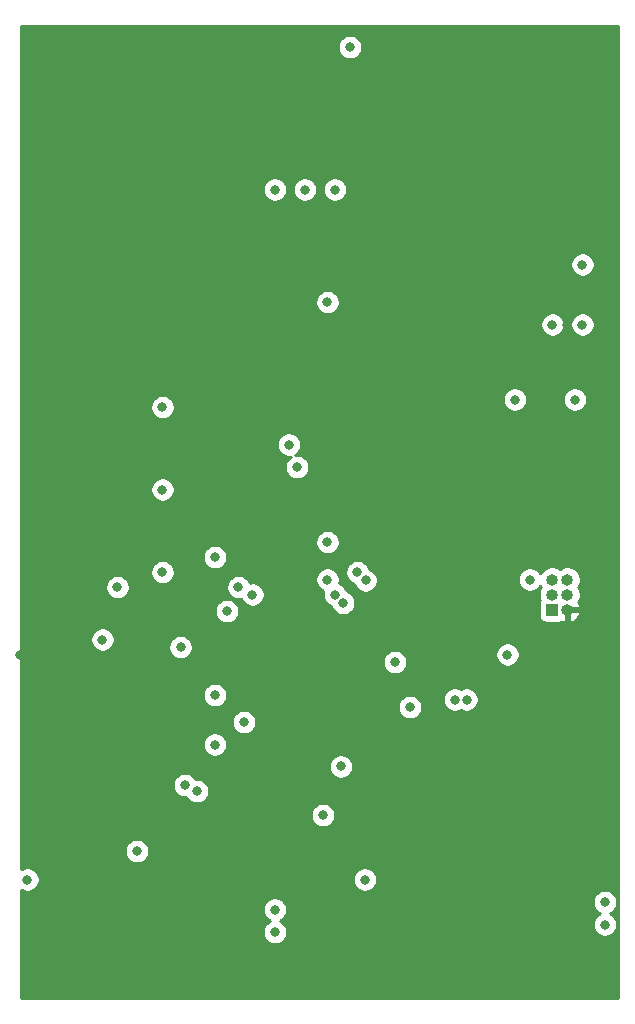
<source format=gbr>
%TF.GenerationSoftware,KiCad,Pcbnew,(5.1.9)-1*%
%TF.CreationDate,2021-04-18T17:00:14-02:30*%
%TF.ProjectId,flamingo,666c616d-696e-4676-9f2e-6b696361645f,rev?*%
%TF.SameCoordinates,Original*%
%TF.FileFunction,Copper,L2,Inr*%
%TF.FilePolarity,Positive*%
%FSLAX46Y46*%
G04 Gerber Fmt 4.6, Leading zero omitted, Abs format (unit mm)*
G04 Created by KiCad (PCBNEW (5.1.9)-1) date 2021-04-18 17:00:14*
%MOMM*%
%LPD*%
G01*
G04 APERTURE LIST*
%TA.AperFunction,ComponentPad*%
%ADD10O,1.000000X1.000000*%
%TD*%
%TA.AperFunction,ComponentPad*%
%ADD11R,1.000000X1.000000*%
%TD*%
%TA.AperFunction,ViaPad*%
%ADD12C,0.800000*%
%TD*%
%TA.AperFunction,Conductor*%
%ADD13C,0.254000*%
%TD*%
%TA.AperFunction,Conductor*%
%ADD14C,0.100000*%
%TD*%
G04 APERTURE END LIST*
D10*
%TO.N,RST_SW*%
%TO.C,J1*%
X149225000Y-113665000D03*
%TO.N,+3V3*%
X147955000Y-113665000D03*
%TO.N,Net-(J1-Pad4)*%
X149225000Y-114935000D03*
%TO.N,PA14_SWCLK*%
X147955000Y-114935000D03*
%TO.N,GND*%
X149225000Y-116205000D03*
D11*
%TO.N,PA13_SWDAT*%
X147955000Y-116205000D03*
%TD*%
D12*
%TO.N,GND*%
X137668000Y-124460000D03*
X122555000Y-147955000D03*
X120015000Y-147955000D03*
X152400000Y-107950000D03*
X151130000Y-116205000D03*
X122555000Y-113030000D03*
X124460000Y-78740000D03*
X127000000Y-78740000D03*
X129540000Y-78740000D03*
X119380000Y-125095000D03*
X102870000Y-120015000D03*
X149225000Y-92075000D03*
X148590000Y-86995000D03*
X140970000Y-91440000D03*
X104140000Y-107950000D03*
X104140000Y-114300000D03*
X104140000Y-93980000D03*
X104140000Y-100965000D03*
X151130000Y-120015000D03*
X132080000Y-125730000D03*
X125730000Y-68580000D03*
X118745000Y-118745000D03*
X132080000Y-144145000D03*
X137160000Y-140970000D03*
X146685000Y-137795000D03*
X118110000Y-137795000D03*
X108585000Y-140970000D03*
X116332000Y-142748000D03*
X148590000Y-147320000D03*
X151130000Y-147320000D03*
X131064000Y-83312000D03*
X125476000Y-83312000D03*
X123444000Y-86868000D03*
X125476000Y-115316000D03*
X103632000Y-144272000D03*
X133096000Y-86360000D03*
X112930000Y-139252500D03*
X114400000Y-139252500D03*
X112930000Y-141042500D03*
X114400000Y-141042500D03*
X141505000Y-139252500D03*
X142975000Y-139252500D03*
X141505000Y-141042500D03*
X142975000Y-141042500D03*
X145288000Y-142748000D03*
%TO.N,RST_SW*%
X119380000Y-127635000D03*
X144145000Y-120015000D03*
%TO.N,VCC*%
X130810000Y-68580000D03*
X150495000Y-86995000D03*
X150495000Y-92075000D03*
X147955000Y-92075000D03*
X132080000Y-139065000D03*
X103505000Y-139065000D03*
X152400000Y-142875000D03*
X152400000Y-140970000D03*
X124460000Y-143510000D03*
X124460000Y-141605000D03*
%TO.N,+3V3*%
X134620000Y-120650000D03*
X122555000Y-114935000D03*
X128905000Y-90170000D03*
X129540000Y-80645000D03*
X127000000Y-80645000D03*
X124460000Y-80645000D03*
X149860000Y-98425000D03*
X144780000Y-98425000D03*
X146050000Y-113665000D03*
X111125000Y-114300000D03*
X109855000Y-118745000D03*
X114935000Y-113030000D03*
X114935000Y-106045000D03*
X114935000Y-99060000D03*
X135890000Y-124460000D03*
X119380000Y-123444000D03*
%TO.N,PB2_CS*%
X128905000Y-113665000D03*
X128905000Y-110490000D03*
%TO.N,PB1_SDO*%
X126345000Y-104140000D03*
X139700000Y-123825000D03*
%TO.N,PB0_RDY_INT*%
X125649401Y-102235000D03*
X140700003Y-123825000D03*
%TO.N,PA1_TIM2CH2*%
X117851347Y-131576653D03*
X112776000Y-136652000D03*
%TO.N,PA0_TIM2CH1*%
X121830000Y-125730000D03*
X130048000Y-129482998D03*
%TO.N,PB3_USART2_TX*%
X130247108Y-115642108D03*
X132152108Y-113737108D03*
%TO.N,PB4_USART2_RX*%
X129540000Y-114935000D03*
X131445000Y-113030000D03*
%TO.N,PF0_STATUSLED*%
X121375000Y-114300000D03*
X119380000Y-111760000D03*
%TO.N,PA5_nFAULT*%
X128524000Y-133604000D03*
X120396000Y-116332000D03*
%TO.N,PA2_nFAULT*%
X116474997Y-119380000D03*
X116840000Y-131064000D03*
%TD*%
D13*
%TO.N,GND*%
X153543000Y-149098000D02*
X102997000Y-149098000D01*
X102997000Y-141503061D01*
X123425000Y-141503061D01*
X123425000Y-141706939D01*
X123464774Y-141906898D01*
X123542795Y-142095256D01*
X123656063Y-142264774D01*
X123800226Y-142408937D01*
X123969744Y-142522205D01*
X124054953Y-142557500D01*
X123969744Y-142592795D01*
X123800226Y-142706063D01*
X123656063Y-142850226D01*
X123542795Y-143019744D01*
X123464774Y-143208102D01*
X123425000Y-143408061D01*
X123425000Y-143611939D01*
X123464774Y-143811898D01*
X123542795Y-144000256D01*
X123656063Y-144169774D01*
X123800226Y-144313937D01*
X123969744Y-144427205D01*
X124158102Y-144505226D01*
X124358061Y-144545000D01*
X124561939Y-144545000D01*
X124761898Y-144505226D01*
X124950256Y-144427205D01*
X125119774Y-144313937D01*
X125263937Y-144169774D01*
X125377205Y-144000256D01*
X125455226Y-143811898D01*
X125495000Y-143611939D01*
X125495000Y-143408061D01*
X125455226Y-143208102D01*
X125377205Y-143019744D01*
X125263937Y-142850226D01*
X125119774Y-142706063D01*
X124950256Y-142592795D01*
X124865047Y-142557500D01*
X124950256Y-142522205D01*
X125119774Y-142408937D01*
X125263937Y-142264774D01*
X125377205Y-142095256D01*
X125455226Y-141906898D01*
X125495000Y-141706939D01*
X125495000Y-141503061D01*
X125455226Y-141303102D01*
X125377205Y-141114744D01*
X125263937Y-140945226D01*
X125186772Y-140868061D01*
X151365000Y-140868061D01*
X151365000Y-141071939D01*
X151404774Y-141271898D01*
X151482795Y-141460256D01*
X151596063Y-141629774D01*
X151740226Y-141773937D01*
X151909744Y-141887205D01*
X151994953Y-141922500D01*
X151909744Y-141957795D01*
X151740226Y-142071063D01*
X151596063Y-142215226D01*
X151482795Y-142384744D01*
X151404774Y-142573102D01*
X151365000Y-142773061D01*
X151365000Y-142976939D01*
X151404774Y-143176898D01*
X151482795Y-143365256D01*
X151596063Y-143534774D01*
X151740226Y-143678937D01*
X151909744Y-143792205D01*
X152098102Y-143870226D01*
X152298061Y-143910000D01*
X152501939Y-143910000D01*
X152701898Y-143870226D01*
X152890256Y-143792205D01*
X153059774Y-143678937D01*
X153203937Y-143534774D01*
X153317205Y-143365256D01*
X153395226Y-143176898D01*
X153435000Y-142976939D01*
X153435000Y-142773061D01*
X153395226Y-142573102D01*
X153317205Y-142384744D01*
X153203937Y-142215226D01*
X153059774Y-142071063D01*
X152890256Y-141957795D01*
X152805047Y-141922500D01*
X152890256Y-141887205D01*
X153059774Y-141773937D01*
X153203937Y-141629774D01*
X153317205Y-141460256D01*
X153395226Y-141271898D01*
X153435000Y-141071939D01*
X153435000Y-140868061D01*
X153395226Y-140668102D01*
X153317205Y-140479744D01*
X153203937Y-140310226D01*
X153059774Y-140166063D01*
X152890256Y-140052795D01*
X152701898Y-139974774D01*
X152501939Y-139935000D01*
X152298061Y-139935000D01*
X152098102Y-139974774D01*
X151909744Y-140052795D01*
X151740226Y-140166063D01*
X151596063Y-140310226D01*
X151482795Y-140479744D01*
X151404774Y-140668102D01*
X151365000Y-140868061D01*
X125186772Y-140868061D01*
X125119774Y-140801063D01*
X124950256Y-140687795D01*
X124761898Y-140609774D01*
X124561939Y-140570000D01*
X124358061Y-140570000D01*
X124158102Y-140609774D01*
X123969744Y-140687795D01*
X123800226Y-140801063D01*
X123656063Y-140945226D01*
X123542795Y-141114744D01*
X123464774Y-141303102D01*
X123425000Y-141503061D01*
X102997000Y-141503061D01*
X102997000Y-139970349D01*
X103014744Y-139982205D01*
X103203102Y-140060226D01*
X103403061Y-140100000D01*
X103606939Y-140100000D01*
X103806898Y-140060226D01*
X103995256Y-139982205D01*
X104164774Y-139868937D01*
X104308937Y-139724774D01*
X104422205Y-139555256D01*
X104500226Y-139366898D01*
X104540000Y-139166939D01*
X104540000Y-138963061D01*
X131045000Y-138963061D01*
X131045000Y-139166939D01*
X131084774Y-139366898D01*
X131162795Y-139555256D01*
X131276063Y-139724774D01*
X131420226Y-139868937D01*
X131589744Y-139982205D01*
X131778102Y-140060226D01*
X131978061Y-140100000D01*
X132181939Y-140100000D01*
X132381898Y-140060226D01*
X132570256Y-139982205D01*
X132739774Y-139868937D01*
X132883937Y-139724774D01*
X132997205Y-139555256D01*
X133075226Y-139366898D01*
X133115000Y-139166939D01*
X133115000Y-138963061D01*
X133075226Y-138763102D01*
X132997205Y-138574744D01*
X132883937Y-138405226D01*
X132739774Y-138261063D01*
X132570256Y-138147795D01*
X132381898Y-138069774D01*
X132181939Y-138030000D01*
X131978061Y-138030000D01*
X131778102Y-138069774D01*
X131589744Y-138147795D01*
X131420226Y-138261063D01*
X131276063Y-138405226D01*
X131162795Y-138574744D01*
X131084774Y-138763102D01*
X131045000Y-138963061D01*
X104540000Y-138963061D01*
X104500226Y-138763102D01*
X104422205Y-138574744D01*
X104308937Y-138405226D01*
X104164774Y-138261063D01*
X103995256Y-138147795D01*
X103806898Y-138069774D01*
X103606939Y-138030000D01*
X103403061Y-138030000D01*
X103203102Y-138069774D01*
X103014744Y-138147795D01*
X102997000Y-138159651D01*
X102997000Y-136550061D01*
X111741000Y-136550061D01*
X111741000Y-136753939D01*
X111780774Y-136953898D01*
X111858795Y-137142256D01*
X111972063Y-137311774D01*
X112116226Y-137455937D01*
X112285744Y-137569205D01*
X112474102Y-137647226D01*
X112674061Y-137687000D01*
X112877939Y-137687000D01*
X113077898Y-137647226D01*
X113266256Y-137569205D01*
X113435774Y-137455937D01*
X113579937Y-137311774D01*
X113693205Y-137142256D01*
X113771226Y-136953898D01*
X113811000Y-136753939D01*
X113811000Y-136550061D01*
X113771226Y-136350102D01*
X113693205Y-136161744D01*
X113579937Y-135992226D01*
X113435774Y-135848063D01*
X113266256Y-135734795D01*
X113077898Y-135656774D01*
X112877939Y-135617000D01*
X112674061Y-135617000D01*
X112474102Y-135656774D01*
X112285744Y-135734795D01*
X112116226Y-135848063D01*
X111972063Y-135992226D01*
X111858795Y-136161744D01*
X111780774Y-136350102D01*
X111741000Y-136550061D01*
X102997000Y-136550061D01*
X102997000Y-133502061D01*
X127489000Y-133502061D01*
X127489000Y-133705939D01*
X127528774Y-133905898D01*
X127606795Y-134094256D01*
X127720063Y-134263774D01*
X127864226Y-134407937D01*
X128033744Y-134521205D01*
X128222102Y-134599226D01*
X128422061Y-134639000D01*
X128625939Y-134639000D01*
X128825898Y-134599226D01*
X129014256Y-134521205D01*
X129183774Y-134407937D01*
X129327937Y-134263774D01*
X129441205Y-134094256D01*
X129519226Y-133905898D01*
X129559000Y-133705939D01*
X129559000Y-133502061D01*
X129519226Y-133302102D01*
X129441205Y-133113744D01*
X129327937Y-132944226D01*
X129183774Y-132800063D01*
X129014256Y-132686795D01*
X128825898Y-132608774D01*
X128625939Y-132569000D01*
X128422061Y-132569000D01*
X128222102Y-132608774D01*
X128033744Y-132686795D01*
X127864226Y-132800063D01*
X127720063Y-132944226D01*
X127606795Y-133113744D01*
X127528774Y-133302102D01*
X127489000Y-133502061D01*
X102997000Y-133502061D01*
X102997000Y-130962061D01*
X115805000Y-130962061D01*
X115805000Y-131165939D01*
X115844774Y-131365898D01*
X115922795Y-131554256D01*
X116036063Y-131723774D01*
X116180226Y-131867937D01*
X116349744Y-131981205D01*
X116538102Y-132059226D01*
X116738061Y-132099000D01*
X116941939Y-132099000D01*
X116953984Y-132096604D01*
X117047410Y-132236427D01*
X117191573Y-132380590D01*
X117361091Y-132493858D01*
X117549449Y-132571879D01*
X117749408Y-132611653D01*
X117953286Y-132611653D01*
X118153245Y-132571879D01*
X118341603Y-132493858D01*
X118511121Y-132380590D01*
X118655284Y-132236427D01*
X118768552Y-132066909D01*
X118846573Y-131878551D01*
X118886347Y-131678592D01*
X118886347Y-131474714D01*
X118846573Y-131274755D01*
X118768552Y-131086397D01*
X118655284Y-130916879D01*
X118511121Y-130772716D01*
X118341603Y-130659448D01*
X118153245Y-130581427D01*
X117953286Y-130541653D01*
X117749408Y-130541653D01*
X117737363Y-130544049D01*
X117643937Y-130404226D01*
X117499774Y-130260063D01*
X117330256Y-130146795D01*
X117141898Y-130068774D01*
X116941939Y-130029000D01*
X116738061Y-130029000D01*
X116538102Y-130068774D01*
X116349744Y-130146795D01*
X116180226Y-130260063D01*
X116036063Y-130404226D01*
X115922795Y-130573744D01*
X115844774Y-130762102D01*
X115805000Y-130962061D01*
X102997000Y-130962061D01*
X102997000Y-129381059D01*
X129013000Y-129381059D01*
X129013000Y-129584937D01*
X129052774Y-129784896D01*
X129130795Y-129973254D01*
X129244063Y-130142772D01*
X129388226Y-130286935D01*
X129557744Y-130400203D01*
X129746102Y-130478224D01*
X129946061Y-130517998D01*
X130149939Y-130517998D01*
X130349898Y-130478224D01*
X130538256Y-130400203D01*
X130707774Y-130286935D01*
X130851937Y-130142772D01*
X130965205Y-129973254D01*
X131043226Y-129784896D01*
X131083000Y-129584937D01*
X131083000Y-129381059D01*
X131043226Y-129181100D01*
X130965205Y-128992742D01*
X130851937Y-128823224D01*
X130707774Y-128679061D01*
X130538256Y-128565793D01*
X130349898Y-128487772D01*
X130149939Y-128447998D01*
X129946061Y-128447998D01*
X129746102Y-128487772D01*
X129557744Y-128565793D01*
X129388226Y-128679061D01*
X129244063Y-128823224D01*
X129130795Y-128992742D01*
X129052774Y-129181100D01*
X129013000Y-129381059D01*
X102997000Y-129381059D01*
X102997000Y-127533061D01*
X118345000Y-127533061D01*
X118345000Y-127736939D01*
X118384774Y-127936898D01*
X118462795Y-128125256D01*
X118576063Y-128294774D01*
X118720226Y-128438937D01*
X118889744Y-128552205D01*
X119078102Y-128630226D01*
X119278061Y-128670000D01*
X119481939Y-128670000D01*
X119681898Y-128630226D01*
X119870256Y-128552205D01*
X120039774Y-128438937D01*
X120183937Y-128294774D01*
X120297205Y-128125256D01*
X120375226Y-127936898D01*
X120415000Y-127736939D01*
X120415000Y-127533061D01*
X120375226Y-127333102D01*
X120297205Y-127144744D01*
X120183937Y-126975226D01*
X120039774Y-126831063D01*
X119870256Y-126717795D01*
X119681898Y-126639774D01*
X119481939Y-126600000D01*
X119278061Y-126600000D01*
X119078102Y-126639774D01*
X118889744Y-126717795D01*
X118720226Y-126831063D01*
X118576063Y-126975226D01*
X118462795Y-127144744D01*
X118384774Y-127333102D01*
X118345000Y-127533061D01*
X102997000Y-127533061D01*
X102997000Y-125628061D01*
X120795000Y-125628061D01*
X120795000Y-125831939D01*
X120834774Y-126031898D01*
X120912795Y-126220256D01*
X121026063Y-126389774D01*
X121170226Y-126533937D01*
X121339744Y-126647205D01*
X121528102Y-126725226D01*
X121728061Y-126765000D01*
X121931939Y-126765000D01*
X122131898Y-126725226D01*
X122320256Y-126647205D01*
X122489774Y-126533937D01*
X122633937Y-126389774D01*
X122747205Y-126220256D01*
X122825226Y-126031898D01*
X122865000Y-125831939D01*
X122865000Y-125628061D01*
X122825226Y-125428102D01*
X122747205Y-125239744D01*
X122633937Y-125070226D01*
X122489774Y-124926063D01*
X122320256Y-124812795D01*
X122131898Y-124734774D01*
X121931939Y-124695000D01*
X121728061Y-124695000D01*
X121528102Y-124734774D01*
X121339744Y-124812795D01*
X121170226Y-124926063D01*
X121026063Y-125070226D01*
X120912795Y-125239744D01*
X120834774Y-125428102D01*
X120795000Y-125628061D01*
X102997000Y-125628061D01*
X102997000Y-123342061D01*
X118345000Y-123342061D01*
X118345000Y-123545939D01*
X118384774Y-123745898D01*
X118462795Y-123934256D01*
X118576063Y-124103774D01*
X118720226Y-124247937D01*
X118889744Y-124361205D01*
X119078102Y-124439226D01*
X119278061Y-124479000D01*
X119481939Y-124479000D01*
X119681898Y-124439226D01*
X119870256Y-124361205D01*
X119874961Y-124358061D01*
X134855000Y-124358061D01*
X134855000Y-124561939D01*
X134894774Y-124761898D01*
X134972795Y-124950256D01*
X135086063Y-125119774D01*
X135230226Y-125263937D01*
X135399744Y-125377205D01*
X135588102Y-125455226D01*
X135788061Y-125495000D01*
X135991939Y-125495000D01*
X136191898Y-125455226D01*
X136380256Y-125377205D01*
X136549774Y-125263937D01*
X136693937Y-125119774D01*
X136807205Y-124950256D01*
X136885226Y-124761898D01*
X136925000Y-124561939D01*
X136925000Y-124358061D01*
X136885226Y-124158102D01*
X136807205Y-123969744D01*
X136693937Y-123800226D01*
X136616772Y-123723061D01*
X138665000Y-123723061D01*
X138665000Y-123926939D01*
X138704774Y-124126898D01*
X138782795Y-124315256D01*
X138896063Y-124484774D01*
X139040226Y-124628937D01*
X139209744Y-124742205D01*
X139398102Y-124820226D01*
X139598061Y-124860000D01*
X139801939Y-124860000D01*
X140001898Y-124820226D01*
X140190256Y-124742205D01*
X140200001Y-124735693D01*
X140209747Y-124742205D01*
X140398105Y-124820226D01*
X140598064Y-124860000D01*
X140801942Y-124860000D01*
X141001901Y-124820226D01*
X141190259Y-124742205D01*
X141359777Y-124628937D01*
X141503940Y-124484774D01*
X141617208Y-124315256D01*
X141695229Y-124126898D01*
X141735003Y-123926939D01*
X141735003Y-123723061D01*
X141695229Y-123523102D01*
X141617208Y-123334744D01*
X141503940Y-123165226D01*
X141359777Y-123021063D01*
X141190259Y-122907795D01*
X141001901Y-122829774D01*
X140801942Y-122790000D01*
X140598064Y-122790000D01*
X140398105Y-122829774D01*
X140209747Y-122907795D01*
X140200001Y-122914307D01*
X140190256Y-122907795D01*
X140001898Y-122829774D01*
X139801939Y-122790000D01*
X139598061Y-122790000D01*
X139398102Y-122829774D01*
X139209744Y-122907795D01*
X139040226Y-123021063D01*
X138896063Y-123165226D01*
X138782795Y-123334744D01*
X138704774Y-123523102D01*
X138665000Y-123723061D01*
X136616772Y-123723061D01*
X136549774Y-123656063D01*
X136380256Y-123542795D01*
X136191898Y-123464774D01*
X135991939Y-123425000D01*
X135788061Y-123425000D01*
X135588102Y-123464774D01*
X135399744Y-123542795D01*
X135230226Y-123656063D01*
X135086063Y-123800226D01*
X134972795Y-123969744D01*
X134894774Y-124158102D01*
X134855000Y-124358061D01*
X119874961Y-124358061D01*
X120039774Y-124247937D01*
X120183937Y-124103774D01*
X120297205Y-123934256D01*
X120375226Y-123745898D01*
X120415000Y-123545939D01*
X120415000Y-123342061D01*
X120375226Y-123142102D01*
X120297205Y-122953744D01*
X120183937Y-122784226D01*
X120039774Y-122640063D01*
X119870256Y-122526795D01*
X119681898Y-122448774D01*
X119481939Y-122409000D01*
X119278061Y-122409000D01*
X119078102Y-122448774D01*
X118889744Y-122526795D01*
X118720226Y-122640063D01*
X118576063Y-122784226D01*
X118462795Y-122953744D01*
X118384774Y-123142102D01*
X118345000Y-123342061D01*
X102997000Y-123342061D01*
X102997000Y-120548061D01*
X133585000Y-120548061D01*
X133585000Y-120751939D01*
X133624774Y-120951898D01*
X133702795Y-121140256D01*
X133816063Y-121309774D01*
X133960226Y-121453937D01*
X134129744Y-121567205D01*
X134318102Y-121645226D01*
X134518061Y-121685000D01*
X134721939Y-121685000D01*
X134921898Y-121645226D01*
X135110256Y-121567205D01*
X135279774Y-121453937D01*
X135423937Y-121309774D01*
X135537205Y-121140256D01*
X135615226Y-120951898D01*
X135655000Y-120751939D01*
X135655000Y-120548061D01*
X135615226Y-120348102D01*
X135537205Y-120159744D01*
X135423937Y-119990226D01*
X135346772Y-119913061D01*
X143110000Y-119913061D01*
X143110000Y-120116939D01*
X143149774Y-120316898D01*
X143227795Y-120505256D01*
X143341063Y-120674774D01*
X143485226Y-120818937D01*
X143654744Y-120932205D01*
X143843102Y-121010226D01*
X144043061Y-121050000D01*
X144246939Y-121050000D01*
X144446898Y-121010226D01*
X144635256Y-120932205D01*
X144804774Y-120818937D01*
X144948937Y-120674774D01*
X145062205Y-120505256D01*
X145140226Y-120316898D01*
X145180000Y-120116939D01*
X145180000Y-119913061D01*
X145140226Y-119713102D01*
X145062205Y-119524744D01*
X144948937Y-119355226D01*
X144804774Y-119211063D01*
X144635256Y-119097795D01*
X144446898Y-119019774D01*
X144246939Y-118980000D01*
X144043061Y-118980000D01*
X143843102Y-119019774D01*
X143654744Y-119097795D01*
X143485226Y-119211063D01*
X143341063Y-119355226D01*
X143227795Y-119524744D01*
X143149774Y-119713102D01*
X143110000Y-119913061D01*
X135346772Y-119913061D01*
X135279774Y-119846063D01*
X135110256Y-119732795D01*
X134921898Y-119654774D01*
X134721939Y-119615000D01*
X134518061Y-119615000D01*
X134318102Y-119654774D01*
X134129744Y-119732795D01*
X133960226Y-119846063D01*
X133816063Y-119990226D01*
X133702795Y-120159744D01*
X133624774Y-120348102D01*
X133585000Y-120548061D01*
X102997000Y-120548061D01*
X102997000Y-118643061D01*
X108820000Y-118643061D01*
X108820000Y-118846939D01*
X108859774Y-119046898D01*
X108937795Y-119235256D01*
X109051063Y-119404774D01*
X109195226Y-119548937D01*
X109364744Y-119662205D01*
X109553102Y-119740226D01*
X109753061Y-119780000D01*
X109956939Y-119780000D01*
X110156898Y-119740226D01*
X110345256Y-119662205D01*
X110514774Y-119548937D01*
X110658937Y-119404774D01*
X110743603Y-119278061D01*
X115439997Y-119278061D01*
X115439997Y-119481939D01*
X115479771Y-119681898D01*
X115557792Y-119870256D01*
X115671060Y-120039774D01*
X115815223Y-120183937D01*
X115984741Y-120297205D01*
X116173099Y-120375226D01*
X116373058Y-120415000D01*
X116576936Y-120415000D01*
X116776895Y-120375226D01*
X116965253Y-120297205D01*
X117134771Y-120183937D01*
X117278934Y-120039774D01*
X117392202Y-119870256D01*
X117470223Y-119681898D01*
X117509997Y-119481939D01*
X117509997Y-119278061D01*
X117470223Y-119078102D01*
X117392202Y-118889744D01*
X117278934Y-118720226D01*
X117134771Y-118576063D01*
X116965253Y-118462795D01*
X116776895Y-118384774D01*
X116576936Y-118345000D01*
X116373058Y-118345000D01*
X116173099Y-118384774D01*
X115984741Y-118462795D01*
X115815223Y-118576063D01*
X115671060Y-118720226D01*
X115557792Y-118889744D01*
X115479771Y-119078102D01*
X115439997Y-119278061D01*
X110743603Y-119278061D01*
X110772205Y-119235256D01*
X110850226Y-119046898D01*
X110890000Y-118846939D01*
X110890000Y-118643061D01*
X110850226Y-118443102D01*
X110772205Y-118254744D01*
X110658937Y-118085226D01*
X110514774Y-117941063D01*
X110345256Y-117827795D01*
X110156898Y-117749774D01*
X109956939Y-117710000D01*
X109753061Y-117710000D01*
X109553102Y-117749774D01*
X109364744Y-117827795D01*
X109195226Y-117941063D01*
X109051063Y-118085226D01*
X108937795Y-118254744D01*
X108859774Y-118443102D01*
X108820000Y-118643061D01*
X102997000Y-118643061D01*
X102997000Y-116230061D01*
X119361000Y-116230061D01*
X119361000Y-116433939D01*
X119400774Y-116633898D01*
X119478795Y-116822256D01*
X119592063Y-116991774D01*
X119736226Y-117135937D01*
X119905744Y-117249205D01*
X120094102Y-117327226D01*
X120294061Y-117367000D01*
X120497939Y-117367000D01*
X120697898Y-117327226D01*
X120886256Y-117249205D01*
X121055774Y-117135937D01*
X121199937Y-116991774D01*
X121313205Y-116822256D01*
X121391226Y-116633898D01*
X121431000Y-116433939D01*
X121431000Y-116230061D01*
X121391226Y-116030102D01*
X121313205Y-115841744D01*
X121199937Y-115672226D01*
X121055774Y-115528063D01*
X120886256Y-115414795D01*
X120697898Y-115336774D01*
X120497939Y-115297000D01*
X120294061Y-115297000D01*
X120094102Y-115336774D01*
X119905744Y-115414795D01*
X119736226Y-115528063D01*
X119592063Y-115672226D01*
X119478795Y-115841744D01*
X119400774Y-116030102D01*
X119361000Y-116230061D01*
X102997000Y-116230061D01*
X102997000Y-114198061D01*
X110090000Y-114198061D01*
X110090000Y-114401939D01*
X110129774Y-114601898D01*
X110207795Y-114790256D01*
X110321063Y-114959774D01*
X110465226Y-115103937D01*
X110634744Y-115217205D01*
X110823102Y-115295226D01*
X111023061Y-115335000D01*
X111226939Y-115335000D01*
X111426898Y-115295226D01*
X111615256Y-115217205D01*
X111784774Y-115103937D01*
X111928937Y-114959774D01*
X112042205Y-114790256D01*
X112120226Y-114601898D01*
X112160000Y-114401939D01*
X112160000Y-114198061D01*
X120340000Y-114198061D01*
X120340000Y-114401939D01*
X120379774Y-114601898D01*
X120457795Y-114790256D01*
X120571063Y-114959774D01*
X120715226Y-115103937D01*
X120884744Y-115217205D01*
X121073102Y-115295226D01*
X121273061Y-115335000D01*
X121476939Y-115335000D01*
X121591011Y-115312310D01*
X121637795Y-115425256D01*
X121751063Y-115594774D01*
X121895226Y-115738937D01*
X122064744Y-115852205D01*
X122253102Y-115930226D01*
X122453061Y-115970000D01*
X122656939Y-115970000D01*
X122856898Y-115930226D01*
X123045256Y-115852205D01*
X123214774Y-115738937D01*
X123358937Y-115594774D01*
X123472205Y-115425256D01*
X123550226Y-115236898D01*
X123590000Y-115036939D01*
X123590000Y-114833061D01*
X123550226Y-114633102D01*
X123472205Y-114444744D01*
X123358937Y-114275226D01*
X123214774Y-114131063D01*
X123045256Y-114017795D01*
X122856898Y-113939774D01*
X122656939Y-113900000D01*
X122453061Y-113900000D01*
X122338989Y-113922690D01*
X122292205Y-113809744D01*
X122178937Y-113640226D01*
X122101772Y-113563061D01*
X127870000Y-113563061D01*
X127870000Y-113766939D01*
X127909774Y-113966898D01*
X127987795Y-114155256D01*
X128101063Y-114324774D01*
X128245226Y-114468937D01*
X128414744Y-114582205D01*
X128544229Y-114635840D01*
X128505000Y-114833061D01*
X128505000Y-115036939D01*
X128544774Y-115236898D01*
X128622795Y-115425256D01*
X128736063Y-115594774D01*
X128880226Y-115738937D01*
X129049744Y-115852205D01*
X129238102Y-115930226D01*
X129249596Y-115932512D01*
X129251882Y-115944006D01*
X129329903Y-116132364D01*
X129443171Y-116301882D01*
X129587334Y-116446045D01*
X129756852Y-116559313D01*
X129945210Y-116637334D01*
X130145169Y-116677108D01*
X130349047Y-116677108D01*
X130549006Y-116637334D01*
X130737364Y-116559313D01*
X130906882Y-116446045D01*
X131051045Y-116301882D01*
X131164313Y-116132364D01*
X131242334Y-115944006D01*
X131282108Y-115744047D01*
X131282108Y-115540169D01*
X131242334Y-115340210D01*
X131164313Y-115151852D01*
X131051045Y-114982334D01*
X130906882Y-114838171D01*
X130737364Y-114724903D01*
X130549006Y-114646882D01*
X130537512Y-114644596D01*
X130535226Y-114633102D01*
X130457205Y-114444744D01*
X130343937Y-114275226D01*
X130199774Y-114131063D01*
X130030256Y-114017795D01*
X129900771Y-113964160D01*
X129940000Y-113766939D01*
X129940000Y-113563061D01*
X129900226Y-113363102D01*
X129822205Y-113174744D01*
X129708937Y-113005226D01*
X129631772Y-112928061D01*
X130410000Y-112928061D01*
X130410000Y-113131939D01*
X130449774Y-113331898D01*
X130527795Y-113520256D01*
X130641063Y-113689774D01*
X130785226Y-113833937D01*
X130954744Y-113947205D01*
X131143102Y-114025226D01*
X131154596Y-114027512D01*
X131156882Y-114039006D01*
X131234903Y-114227364D01*
X131348171Y-114396882D01*
X131492334Y-114541045D01*
X131661852Y-114654313D01*
X131850210Y-114732334D01*
X132050169Y-114772108D01*
X132254047Y-114772108D01*
X132454006Y-114732334D01*
X132642364Y-114654313D01*
X132811882Y-114541045D01*
X132956045Y-114396882D01*
X133069313Y-114227364D01*
X133147334Y-114039006D01*
X133187108Y-113839047D01*
X133187108Y-113635169D01*
X133172765Y-113563061D01*
X145015000Y-113563061D01*
X145015000Y-113766939D01*
X145054774Y-113966898D01*
X145132795Y-114155256D01*
X145246063Y-114324774D01*
X145390226Y-114468937D01*
X145559744Y-114582205D01*
X145748102Y-114660226D01*
X145948061Y-114700000D01*
X146151939Y-114700000D01*
X146351898Y-114660226D01*
X146540256Y-114582205D01*
X146709774Y-114468937D01*
X146853937Y-114324774D01*
X146943963Y-114190040D01*
X146949176Y-114202624D01*
X147014241Y-114300000D01*
X146949176Y-114397376D01*
X146863617Y-114603933D01*
X146820000Y-114823212D01*
X146820000Y-115046788D01*
X146863617Y-115266067D01*
X146909888Y-115377774D01*
X146865498Y-115460820D01*
X146829188Y-115580518D01*
X146816928Y-115705000D01*
X146816928Y-116705000D01*
X146829188Y-116829482D01*
X146865498Y-116949180D01*
X146924463Y-117059494D01*
X147003815Y-117156185D01*
X147100506Y-117235537D01*
X147210820Y-117294502D01*
X147330518Y-117330812D01*
X147455000Y-117343072D01*
X148455000Y-117343072D01*
X148579482Y-117330812D01*
X148699180Y-117294502D01*
X148787894Y-117247082D01*
X148923124Y-117299126D01*
X149098000Y-117174129D01*
X149098000Y-116332000D01*
X149352000Y-116332000D01*
X149352000Y-117174129D01*
X149526876Y-117299126D01*
X149734529Y-117219210D01*
X149922601Y-117100318D01*
X150083865Y-116947020D01*
X150212123Y-116765206D01*
X150302446Y-116561864D01*
X150319119Y-116506874D01*
X150192954Y-116332000D01*
X149352000Y-116332000D01*
X149098000Y-116332000D01*
X149093072Y-116332000D01*
X149093072Y-116078000D01*
X149098000Y-116078000D01*
X149098000Y-116066974D01*
X149113212Y-116070000D01*
X149336788Y-116070000D01*
X149352000Y-116066974D01*
X149352000Y-116078000D01*
X150192954Y-116078000D01*
X150319119Y-115903126D01*
X150302446Y-115848136D01*
X150212123Y-115644794D01*
X150162647Y-115574658D01*
X150230824Y-115472624D01*
X150316383Y-115266067D01*
X150360000Y-115046788D01*
X150360000Y-114823212D01*
X150316383Y-114603933D01*
X150230824Y-114397376D01*
X150165759Y-114300000D01*
X150230824Y-114202624D01*
X150316383Y-113996067D01*
X150360000Y-113776788D01*
X150360000Y-113553212D01*
X150316383Y-113333933D01*
X150230824Y-113127376D01*
X150106612Y-112941480D01*
X149948520Y-112783388D01*
X149762624Y-112659176D01*
X149556067Y-112573617D01*
X149336788Y-112530000D01*
X149113212Y-112530000D01*
X148893933Y-112573617D01*
X148687376Y-112659176D01*
X148590000Y-112724241D01*
X148492624Y-112659176D01*
X148286067Y-112573617D01*
X148066788Y-112530000D01*
X147843212Y-112530000D01*
X147623933Y-112573617D01*
X147417376Y-112659176D01*
X147231480Y-112783388D01*
X147073388Y-112941480D01*
X146949176Y-113127376D01*
X146943963Y-113139960D01*
X146853937Y-113005226D01*
X146709774Y-112861063D01*
X146540256Y-112747795D01*
X146351898Y-112669774D01*
X146151939Y-112630000D01*
X145948061Y-112630000D01*
X145748102Y-112669774D01*
X145559744Y-112747795D01*
X145390226Y-112861063D01*
X145246063Y-113005226D01*
X145132795Y-113174744D01*
X145054774Y-113363102D01*
X145015000Y-113563061D01*
X133172765Y-113563061D01*
X133147334Y-113435210D01*
X133069313Y-113246852D01*
X132956045Y-113077334D01*
X132811882Y-112933171D01*
X132642364Y-112819903D01*
X132454006Y-112741882D01*
X132442512Y-112739596D01*
X132440226Y-112728102D01*
X132362205Y-112539744D01*
X132248937Y-112370226D01*
X132104774Y-112226063D01*
X131935256Y-112112795D01*
X131746898Y-112034774D01*
X131546939Y-111995000D01*
X131343061Y-111995000D01*
X131143102Y-112034774D01*
X130954744Y-112112795D01*
X130785226Y-112226063D01*
X130641063Y-112370226D01*
X130527795Y-112539744D01*
X130449774Y-112728102D01*
X130410000Y-112928061D01*
X129631772Y-112928061D01*
X129564774Y-112861063D01*
X129395256Y-112747795D01*
X129206898Y-112669774D01*
X129006939Y-112630000D01*
X128803061Y-112630000D01*
X128603102Y-112669774D01*
X128414744Y-112747795D01*
X128245226Y-112861063D01*
X128101063Y-113005226D01*
X127987795Y-113174744D01*
X127909774Y-113363102D01*
X127870000Y-113563061D01*
X122101772Y-113563061D01*
X122034774Y-113496063D01*
X121865256Y-113382795D01*
X121676898Y-113304774D01*
X121476939Y-113265000D01*
X121273061Y-113265000D01*
X121073102Y-113304774D01*
X120884744Y-113382795D01*
X120715226Y-113496063D01*
X120571063Y-113640226D01*
X120457795Y-113809744D01*
X120379774Y-113998102D01*
X120340000Y-114198061D01*
X112160000Y-114198061D01*
X112120226Y-113998102D01*
X112042205Y-113809744D01*
X111928937Y-113640226D01*
X111784774Y-113496063D01*
X111615256Y-113382795D01*
X111426898Y-113304774D01*
X111226939Y-113265000D01*
X111023061Y-113265000D01*
X110823102Y-113304774D01*
X110634744Y-113382795D01*
X110465226Y-113496063D01*
X110321063Y-113640226D01*
X110207795Y-113809744D01*
X110129774Y-113998102D01*
X110090000Y-114198061D01*
X102997000Y-114198061D01*
X102997000Y-112928061D01*
X113900000Y-112928061D01*
X113900000Y-113131939D01*
X113939774Y-113331898D01*
X114017795Y-113520256D01*
X114131063Y-113689774D01*
X114275226Y-113833937D01*
X114444744Y-113947205D01*
X114633102Y-114025226D01*
X114833061Y-114065000D01*
X115036939Y-114065000D01*
X115236898Y-114025226D01*
X115425256Y-113947205D01*
X115594774Y-113833937D01*
X115738937Y-113689774D01*
X115852205Y-113520256D01*
X115930226Y-113331898D01*
X115970000Y-113131939D01*
X115970000Y-112928061D01*
X115930226Y-112728102D01*
X115852205Y-112539744D01*
X115738937Y-112370226D01*
X115594774Y-112226063D01*
X115425256Y-112112795D01*
X115236898Y-112034774D01*
X115036939Y-111995000D01*
X114833061Y-111995000D01*
X114633102Y-112034774D01*
X114444744Y-112112795D01*
X114275226Y-112226063D01*
X114131063Y-112370226D01*
X114017795Y-112539744D01*
X113939774Y-112728102D01*
X113900000Y-112928061D01*
X102997000Y-112928061D01*
X102997000Y-111658061D01*
X118345000Y-111658061D01*
X118345000Y-111861939D01*
X118384774Y-112061898D01*
X118462795Y-112250256D01*
X118576063Y-112419774D01*
X118720226Y-112563937D01*
X118889744Y-112677205D01*
X119078102Y-112755226D01*
X119278061Y-112795000D01*
X119481939Y-112795000D01*
X119681898Y-112755226D01*
X119870256Y-112677205D01*
X120039774Y-112563937D01*
X120183937Y-112419774D01*
X120297205Y-112250256D01*
X120375226Y-112061898D01*
X120415000Y-111861939D01*
X120415000Y-111658061D01*
X120375226Y-111458102D01*
X120297205Y-111269744D01*
X120183937Y-111100226D01*
X120039774Y-110956063D01*
X119870256Y-110842795D01*
X119681898Y-110764774D01*
X119481939Y-110725000D01*
X119278061Y-110725000D01*
X119078102Y-110764774D01*
X118889744Y-110842795D01*
X118720226Y-110956063D01*
X118576063Y-111100226D01*
X118462795Y-111269744D01*
X118384774Y-111458102D01*
X118345000Y-111658061D01*
X102997000Y-111658061D01*
X102997000Y-110388061D01*
X127870000Y-110388061D01*
X127870000Y-110591939D01*
X127909774Y-110791898D01*
X127987795Y-110980256D01*
X128101063Y-111149774D01*
X128245226Y-111293937D01*
X128414744Y-111407205D01*
X128603102Y-111485226D01*
X128803061Y-111525000D01*
X129006939Y-111525000D01*
X129206898Y-111485226D01*
X129395256Y-111407205D01*
X129564774Y-111293937D01*
X129708937Y-111149774D01*
X129822205Y-110980256D01*
X129900226Y-110791898D01*
X129940000Y-110591939D01*
X129940000Y-110388061D01*
X129900226Y-110188102D01*
X129822205Y-109999744D01*
X129708937Y-109830226D01*
X129564774Y-109686063D01*
X129395256Y-109572795D01*
X129206898Y-109494774D01*
X129006939Y-109455000D01*
X128803061Y-109455000D01*
X128603102Y-109494774D01*
X128414744Y-109572795D01*
X128245226Y-109686063D01*
X128101063Y-109830226D01*
X127987795Y-109999744D01*
X127909774Y-110188102D01*
X127870000Y-110388061D01*
X102997000Y-110388061D01*
X102997000Y-105943061D01*
X113900000Y-105943061D01*
X113900000Y-106146939D01*
X113939774Y-106346898D01*
X114017795Y-106535256D01*
X114131063Y-106704774D01*
X114275226Y-106848937D01*
X114444744Y-106962205D01*
X114633102Y-107040226D01*
X114833061Y-107080000D01*
X115036939Y-107080000D01*
X115236898Y-107040226D01*
X115425256Y-106962205D01*
X115594774Y-106848937D01*
X115738937Y-106704774D01*
X115852205Y-106535256D01*
X115930226Y-106346898D01*
X115970000Y-106146939D01*
X115970000Y-105943061D01*
X115930226Y-105743102D01*
X115852205Y-105554744D01*
X115738937Y-105385226D01*
X115594774Y-105241063D01*
X115425256Y-105127795D01*
X115236898Y-105049774D01*
X115036939Y-105010000D01*
X114833061Y-105010000D01*
X114633102Y-105049774D01*
X114444744Y-105127795D01*
X114275226Y-105241063D01*
X114131063Y-105385226D01*
X114017795Y-105554744D01*
X113939774Y-105743102D01*
X113900000Y-105943061D01*
X102997000Y-105943061D01*
X102997000Y-102133061D01*
X124614401Y-102133061D01*
X124614401Y-102336939D01*
X124654175Y-102536898D01*
X124732196Y-102725256D01*
X124845464Y-102894774D01*
X124989627Y-103038937D01*
X125159145Y-103152205D01*
X125347503Y-103230226D01*
X125547462Y-103270000D01*
X125751340Y-103270000D01*
X125797981Y-103260723D01*
X125685226Y-103336063D01*
X125541063Y-103480226D01*
X125427795Y-103649744D01*
X125349774Y-103838102D01*
X125310000Y-104038061D01*
X125310000Y-104241939D01*
X125349774Y-104441898D01*
X125427795Y-104630256D01*
X125541063Y-104799774D01*
X125685226Y-104943937D01*
X125854744Y-105057205D01*
X126043102Y-105135226D01*
X126243061Y-105175000D01*
X126446939Y-105175000D01*
X126646898Y-105135226D01*
X126835256Y-105057205D01*
X127004774Y-104943937D01*
X127148937Y-104799774D01*
X127262205Y-104630256D01*
X127340226Y-104441898D01*
X127380000Y-104241939D01*
X127380000Y-104038061D01*
X127340226Y-103838102D01*
X127262205Y-103649744D01*
X127148937Y-103480226D01*
X127004774Y-103336063D01*
X126835256Y-103222795D01*
X126646898Y-103144774D01*
X126446939Y-103105000D01*
X126243061Y-103105000D01*
X126196420Y-103114277D01*
X126309175Y-103038937D01*
X126453338Y-102894774D01*
X126566606Y-102725256D01*
X126644627Y-102536898D01*
X126684401Y-102336939D01*
X126684401Y-102133061D01*
X126644627Y-101933102D01*
X126566606Y-101744744D01*
X126453338Y-101575226D01*
X126309175Y-101431063D01*
X126139657Y-101317795D01*
X125951299Y-101239774D01*
X125751340Y-101200000D01*
X125547462Y-101200000D01*
X125347503Y-101239774D01*
X125159145Y-101317795D01*
X124989627Y-101431063D01*
X124845464Y-101575226D01*
X124732196Y-101744744D01*
X124654175Y-101933102D01*
X124614401Y-102133061D01*
X102997000Y-102133061D01*
X102997000Y-98958061D01*
X113900000Y-98958061D01*
X113900000Y-99161939D01*
X113939774Y-99361898D01*
X114017795Y-99550256D01*
X114131063Y-99719774D01*
X114275226Y-99863937D01*
X114444744Y-99977205D01*
X114633102Y-100055226D01*
X114833061Y-100095000D01*
X115036939Y-100095000D01*
X115236898Y-100055226D01*
X115425256Y-99977205D01*
X115594774Y-99863937D01*
X115738937Y-99719774D01*
X115852205Y-99550256D01*
X115930226Y-99361898D01*
X115970000Y-99161939D01*
X115970000Y-98958061D01*
X115930226Y-98758102D01*
X115852205Y-98569744D01*
X115738937Y-98400226D01*
X115661772Y-98323061D01*
X143745000Y-98323061D01*
X143745000Y-98526939D01*
X143784774Y-98726898D01*
X143862795Y-98915256D01*
X143976063Y-99084774D01*
X144120226Y-99228937D01*
X144289744Y-99342205D01*
X144478102Y-99420226D01*
X144678061Y-99460000D01*
X144881939Y-99460000D01*
X145081898Y-99420226D01*
X145270256Y-99342205D01*
X145439774Y-99228937D01*
X145583937Y-99084774D01*
X145697205Y-98915256D01*
X145775226Y-98726898D01*
X145815000Y-98526939D01*
X145815000Y-98323061D01*
X148825000Y-98323061D01*
X148825000Y-98526939D01*
X148864774Y-98726898D01*
X148942795Y-98915256D01*
X149056063Y-99084774D01*
X149200226Y-99228937D01*
X149369744Y-99342205D01*
X149558102Y-99420226D01*
X149758061Y-99460000D01*
X149961939Y-99460000D01*
X150161898Y-99420226D01*
X150350256Y-99342205D01*
X150519774Y-99228937D01*
X150663937Y-99084774D01*
X150777205Y-98915256D01*
X150855226Y-98726898D01*
X150895000Y-98526939D01*
X150895000Y-98323061D01*
X150855226Y-98123102D01*
X150777205Y-97934744D01*
X150663937Y-97765226D01*
X150519774Y-97621063D01*
X150350256Y-97507795D01*
X150161898Y-97429774D01*
X149961939Y-97390000D01*
X149758061Y-97390000D01*
X149558102Y-97429774D01*
X149369744Y-97507795D01*
X149200226Y-97621063D01*
X149056063Y-97765226D01*
X148942795Y-97934744D01*
X148864774Y-98123102D01*
X148825000Y-98323061D01*
X145815000Y-98323061D01*
X145775226Y-98123102D01*
X145697205Y-97934744D01*
X145583937Y-97765226D01*
X145439774Y-97621063D01*
X145270256Y-97507795D01*
X145081898Y-97429774D01*
X144881939Y-97390000D01*
X144678061Y-97390000D01*
X144478102Y-97429774D01*
X144289744Y-97507795D01*
X144120226Y-97621063D01*
X143976063Y-97765226D01*
X143862795Y-97934744D01*
X143784774Y-98123102D01*
X143745000Y-98323061D01*
X115661772Y-98323061D01*
X115594774Y-98256063D01*
X115425256Y-98142795D01*
X115236898Y-98064774D01*
X115036939Y-98025000D01*
X114833061Y-98025000D01*
X114633102Y-98064774D01*
X114444744Y-98142795D01*
X114275226Y-98256063D01*
X114131063Y-98400226D01*
X114017795Y-98569744D01*
X113939774Y-98758102D01*
X113900000Y-98958061D01*
X102997000Y-98958061D01*
X102997000Y-91973061D01*
X146920000Y-91973061D01*
X146920000Y-92176939D01*
X146959774Y-92376898D01*
X147037795Y-92565256D01*
X147151063Y-92734774D01*
X147295226Y-92878937D01*
X147464744Y-92992205D01*
X147653102Y-93070226D01*
X147853061Y-93110000D01*
X148056939Y-93110000D01*
X148256898Y-93070226D01*
X148445256Y-92992205D01*
X148614774Y-92878937D01*
X148758937Y-92734774D01*
X148872205Y-92565256D01*
X148950226Y-92376898D01*
X148990000Y-92176939D01*
X148990000Y-91973061D01*
X149460000Y-91973061D01*
X149460000Y-92176939D01*
X149499774Y-92376898D01*
X149577795Y-92565256D01*
X149691063Y-92734774D01*
X149835226Y-92878937D01*
X150004744Y-92992205D01*
X150193102Y-93070226D01*
X150393061Y-93110000D01*
X150596939Y-93110000D01*
X150796898Y-93070226D01*
X150985256Y-92992205D01*
X151154774Y-92878937D01*
X151298937Y-92734774D01*
X151412205Y-92565256D01*
X151490226Y-92376898D01*
X151530000Y-92176939D01*
X151530000Y-91973061D01*
X151490226Y-91773102D01*
X151412205Y-91584744D01*
X151298937Y-91415226D01*
X151154774Y-91271063D01*
X150985256Y-91157795D01*
X150796898Y-91079774D01*
X150596939Y-91040000D01*
X150393061Y-91040000D01*
X150193102Y-91079774D01*
X150004744Y-91157795D01*
X149835226Y-91271063D01*
X149691063Y-91415226D01*
X149577795Y-91584744D01*
X149499774Y-91773102D01*
X149460000Y-91973061D01*
X148990000Y-91973061D01*
X148950226Y-91773102D01*
X148872205Y-91584744D01*
X148758937Y-91415226D01*
X148614774Y-91271063D01*
X148445256Y-91157795D01*
X148256898Y-91079774D01*
X148056939Y-91040000D01*
X147853061Y-91040000D01*
X147653102Y-91079774D01*
X147464744Y-91157795D01*
X147295226Y-91271063D01*
X147151063Y-91415226D01*
X147037795Y-91584744D01*
X146959774Y-91773102D01*
X146920000Y-91973061D01*
X102997000Y-91973061D01*
X102997000Y-90068061D01*
X127870000Y-90068061D01*
X127870000Y-90271939D01*
X127909774Y-90471898D01*
X127987795Y-90660256D01*
X128101063Y-90829774D01*
X128245226Y-90973937D01*
X128414744Y-91087205D01*
X128603102Y-91165226D01*
X128803061Y-91205000D01*
X129006939Y-91205000D01*
X129206898Y-91165226D01*
X129395256Y-91087205D01*
X129564774Y-90973937D01*
X129708937Y-90829774D01*
X129822205Y-90660256D01*
X129900226Y-90471898D01*
X129940000Y-90271939D01*
X129940000Y-90068061D01*
X129900226Y-89868102D01*
X129822205Y-89679744D01*
X129708937Y-89510226D01*
X129564774Y-89366063D01*
X129395256Y-89252795D01*
X129206898Y-89174774D01*
X129006939Y-89135000D01*
X128803061Y-89135000D01*
X128603102Y-89174774D01*
X128414744Y-89252795D01*
X128245226Y-89366063D01*
X128101063Y-89510226D01*
X127987795Y-89679744D01*
X127909774Y-89868102D01*
X127870000Y-90068061D01*
X102997000Y-90068061D01*
X102997000Y-86893061D01*
X149460000Y-86893061D01*
X149460000Y-87096939D01*
X149499774Y-87296898D01*
X149577795Y-87485256D01*
X149691063Y-87654774D01*
X149835226Y-87798937D01*
X150004744Y-87912205D01*
X150193102Y-87990226D01*
X150393061Y-88030000D01*
X150596939Y-88030000D01*
X150796898Y-87990226D01*
X150985256Y-87912205D01*
X151154774Y-87798937D01*
X151298937Y-87654774D01*
X151412205Y-87485256D01*
X151490226Y-87296898D01*
X151530000Y-87096939D01*
X151530000Y-86893061D01*
X151490226Y-86693102D01*
X151412205Y-86504744D01*
X151298937Y-86335226D01*
X151154774Y-86191063D01*
X150985256Y-86077795D01*
X150796898Y-85999774D01*
X150596939Y-85960000D01*
X150393061Y-85960000D01*
X150193102Y-85999774D01*
X150004744Y-86077795D01*
X149835226Y-86191063D01*
X149691063Y-86335226D01*
X149577795Y-86504744D01*
X149499774Y-86693102D01*
X149460000Y-86893061D01*
X102997000Y-86893061D01*
X102997000Y-80543061D01*
X123425000Y-80543061D01*
X123425000Y-80746939D01*
X123464774Y-80946898D01*
X123542795Y-81135256D01*
X123656063Y-81304774D01*
X123800226Y-81448937D01*
X123969744Y-81562205D01*
X124158102Y-81640226D01*
X124358061Y-81680000D01*
X124561939Y-81680000D01*
X124761898Y-81640226D01*
X124950256Y-81562205D01*
X125119774Y-81448937D01*
X125263937Y-81304774D01*
X125377205Y-81135256D01*
X125455226Y-80946898D01*
X125495000Y-80746939D01*
X125495000Y-80543061D01*
X125965000Y-80543061D01*
X125965000Y-80746939D01*
X126004774Y-80946898D01*
X126082795Y-81135256D01*
X126196063Y-81304774D01*
X126340226Y-81448937D01*
X126509744Y-81562205D01*
X126698102Y-81640226D01*
X126898061Y-81680000D01*
X127101939Y-81680000D01*
X127301898Y-81640226D01*
X127490256Y-81562205D01*
X127659774Y-81448937D01*
X127803937Y-81304774D01*
X127917205Y-81135256D01*
X127995226Y-80946898D01*
X128035000Y-80746939D01*
X128035000Y-80543061D01*
X128505000Y-80543061D01*
X128505000Y-80746939D01*
X128544774Y-80946898D01*
X128622795Y-81135256D01*
X128736063Y-81304774D01*
X128880226Y-81448937D01*
X129049744Y-81562205D01*
X129238102Y-81640226D01*
X129438061Y-81680000D01*
X129641939Y-81680000D01*
X129841898Y-81640226D01*
X130030256Y-81562205D01*
X130199774Y-81448937D01*
X130343937Y-81304774D01*
X130457205Y-81135256D01*
X130535226Y-80946898D01*
X130575000Y-80746939D01*
X130575000Y-80543061D01*
X130535226Y-80343102D01*
X130457205Y-80154744D01*
X130343937Y-79985226D01*
X130199774Y-79841063D01*
X130030256Y-79727795D01*
X129841898Y-79649774D01*
X129641939Y-79610000D01*
X129438061Y-79610000D01*
X129238102Y-79649774D01*
X129049744Y-79727795D01*
X128880226Y-79841063D01*
X128736063Y-79985226D01*
X128622795Y-80154744D01*
X128544774Y-80343102D01*
X128505000Y-80543061D01*
X128035000Y-80543061D01*
X127995226Y-80343102D01*
X127917205Y-80154744D01*
X127803937Y-79985226D01*
X127659774Y-79841063D01*
X127490256Y-79727795D01*
X127301898Y-79649774D01*
X127101939Y-79610000D01*
X126898061Y-79610000D01*
X126698102Y-79649774D01*
X126509744Y-79727795D01*
X126340226Y-79841063D01*
X126196063Y-79985226D01*
X126082795Y-80154744D01*
X126004774Y-80343102D01*
X125965000Y-80543061D01*
X125495000Y-80543061D01*
X125455226Y-80343102D01*
X125377205Y-80154744D01*
X125263937Y-79985226D01*
X125119774Y-79841063D01*
X124950256Y-79727795D01*
X124761898Y-79649774D01*
X124561939Y-79610000D01*
X124358061Y-79610000D01*
X124158102Y-79649774D01*
X123969744Y-79727795D01*
X123800226Y-79841063D01*
X123656063Y-79985226D01*
X123542795Y-80154744D01*
X123464774Y-80343102D01*
X123425000Y-80543061D01*
X102997000Y-80543061D01*
X102997000Y-68478061D01*
X129775000Y-68478061D01*
X129775000Y-68681939D01*
X129814774Y-68881898D01*
X129892795Y-69070256D01*
X130006063Y-69239774D01*
X130150226Y-69383937D01*
X130319744Y-69497205D01*
X130508102Y-69575226D01*
X130708061Y-69615000D01*
X130911939Y-69615000D01*
X131111898Y-69575226D01*
X131300256Y-69497205D01*
X131469774Y-69383937D01*
X131613937Y-69239774D01*
X131727205Y-69070256D01*
X131805226Y-68881898D01*
X131845000Y-68681939D01*
X131845000Y-68478061D01*
X131805226Y-68278102D01*
X131727205Y-68089744D01*
X131613937Y-67920226D01*
X131469774Y-67776063D01*
X131300256Y-67662795D01*
X131111898Y-67584774D01*
X130911939Y-67545000D01*
X130708061Y-67545000D01*
X130508102Y-67584774D01*
X130319744Y-67662795D01*
X130150226Y-67776063D01*
X130006063Y-67920226D01*
X129892795Y-68089744D01*
X129814774Y-68278102D01*
X129775000Y-68478061D01*
X102997000Y-68478061D01*
X102997000Y-66802000D01*
X153543000Y-66802000D01*
X153543000Y-149098000D01*
%TA.AperFunction,Conductor*%
D14*
G36*
X153543000Y-149098000D02*
G01*
X102997000Y-149098000D01*
X102997000Y-141503061D01*
X123425000Y-141503061D01*
X123425000Y-141706939D01*
X123464774Y-141906898D01*
X123542795Y-142095256D01*
X123656063Y-142264774D01*
X123800226Y-142408937D01*
X123969744Y-142522205D01*
X124054953Y-142557500D01*
X123969744Y-142592795D01*
X123800226Y-142706063D01*
X123656063Y-142850226D01*
X123542795Y-143019744D01*
X123464774Y-143208102D01*
X123425000Y-143408061D01*
X123425000Y-143611939D01*
X123464774Y-143811898D01*
X123542795Y-144000256D01*
X123656063Y-144169774D01*
X123800226Y-144313937D01*
X123969744Y-144427205D01*
X124158102Y-144505226D01*
X124358061Y-144545000D01*
X124561939Y-144545000D01*
X124761898Y-144505226D01*
X124950256Y-144427205D01*
X125119774Y-144313937D01*
X125263937Y-144169774D01*
X125377205Y-144000256D01*
X125455226Y-143811898D01*
X125495000Y-143611939D01*
X125495000Y-143408061D01*
X125455226Y-143208102D01*
X125377205Y-143019744D01*
X125263937Y-142850226D01*
X125119774Y-142706063D01*
X124950256Y-142592795D01*
X124865047Y-142557500D01*
X124950256Y-142522205D01*
X125119774Y-142408937D01*
X125263937Y-142264774D01*
X125377205Y-142095256D01*
X125455226Y-141906898D01*
X125495000Y-141706939D01*
X125495000Y-141503061D01*
X125455226Y-141303102D01*
X125377205Y-141114744D01*
X125263937Y-140945226D01*
X125186772Y-140868061D01*
X151365000Y-140868061D01*
X151365000Y-141071939D01*
X151404774Y-141271898D01*
X151482795Y-141460256D01*
X151596063Y-141629774D01*
X151740226Y-141773937D01*
X151909744Y-141887205D01*
X151994953Y-141922500D01*
X151909744Y-141957795D01*
X151740226Y-142071063D01*
X151596063Y-142215226D01*
X151482795Y-142384744D01*
X151404774Y-142573102D01*
X151365000Y-142773061D01*
X151365000Y-142976939D01*
X151404774Y-143176898D01*
X151482795Y-143365256D01*
X151596063Y-143534774D01*
X151740226Y-143678937D01*
X151909744Y-143792205D01*
X152098102Y-143870226D01*
X152298061Y-143910000D01*
X152501939Y-143910000D01*
X152701898Y-143870226D01*
X152890256Y-143792205D01*
X153059774Y-143678937D01*
X153203937Y-143534774D01*
X153317205Y-143365256D01*
X153395226Y-143176898D01*
X153435000Y-142976939D01*
X153435000Y-142773061D01*
X153395226Y-142573102D01*
X153317205Y-142384744D01*
X153203937Y-142215226D01*
X153059774Y-142071063D01*
X152890256Y-141957795D01*
X152805047Y-141922500D01*
X152890256Y-141887205D01*
X153059774Y-141773937D01*
X153203937Y-141629774D01*
X153317205Y-141460256D01*
X153395226Y-141271898D01*
X153435000Y-141071939D01*
X153435000Y-140868061D01*
X153395226Y-140668102D01*
X153317205Y-140479744D01*
X153203937Y-140310226D01*
X153059774Y-140166063D01*
X152890256Y-140052795D01*
X152701898Y-139974774D01*
X152501939Y-139935000D01*
X152298061Y-139935000D01*
X152098102Y-139974774D01*
X151909744Y-140052795D01*
X151740226Y-140166063D01*
X151596063Y-140310226D01*
X151482795Y-140479744D01*
X151404774Y-140668102D01*
X151365000Y-140868061D01*
X125186772Y-140868061D01*
X125119774Y-140801063D01*
X124950256Y-140687795D01*
X124761898Y-140609774D01*
X124561939Y-140570000D01*
X124358061Y-140570000D01*
X124158102Y-140609774D01*
X123969744Y-140687795D01*
X123800226Y-140801063D01*
X123656063Y-140945226D01*
X123542795Y-141114744D01*
X123464774Y-141303102D01*
X123425000Y-141503061D01*
X102997000Y-141503061D01*
X102997000Y-139970349D01*
X103014744Y-139982205D01*
X103203102Y-140060226D01*
X103403061Y-140100000D01*
X103606939Y-140100000D01*
X103806898Y-140060226D01*
X103995256Y-139982205D01*
X104164774Y-139868937D01*
X104308937Y-139724774D01*
X104422205Y-139555256D01*
X104500226Y-139366898D01*
X104540000Y-139166939D01*
X104540000Y-138963061D01*
X131045000Y-138963061D01*
X131045000Y-139166939D01*
X131084774Y-139366898D01*
X131162795Y-139555256D01*
X131276063Y-139724774D01*
X131420226Y-139868937D01*
X131589744Y-139982205D01*
X131778102Y-140060226D01*
X131978061Y-140100000D01*
X132181939Y-140100000D01*
X132381898Y-140060226D01*
X132570256Y-139982205D01*
X132739774Y-139868937D01*
X132883937Y-139724774D01*
X132997205Y-139555256D01*
X133075226Y-139366898D01*
X133115000Y-139166939D01*
X133115000Y-138963061D01*
X133075226Y-138763102D01*
X132997205Y-138574744D01*
X132883937Y-138405226D01*
X132739774Y-138261063D01*
X132570256Y-138147795D01*
X132381898Y-138069774D01*
X132181939Y-138030000D01*
X131978061Y-138030000D01*
X131778102Y-138069774D01*
X131589744Y-138147795D01*
X131420226Y-138261063D01*
X131276063Y-138405226D01*
X131162795Y-138574744D01*
X131084774Y-138763102D01*
X131045000Y-138963061D01*
X104540000Y-138963061D01*
X104500226Y-138763102D01*
X104422205Y-138574744D01*
X104308937Y-138405226D01*
X104164774Y-138261063D01*
X103995256Y-138147795D01*
X103806898Y-138069774D01*
X103606939Y-138030000D01*
X103403061Y-138030000D01*
X103203102Y-138069774D01*
X103014744Y-138147795D01*
X102997000Y-138159651D01*
X102997000Y-136550061D01*
X111741000Y-136550061D01*
X111741000Y-136753939D01*
X111780774Y-136953898D01*
X111858795Y-137142256D01*
X111972063Y-137311774D01*
X112116226Y-137455937D01*
X112285744Y-137569205D01*
X112474102Y-137647226D01*
X112674061Y-137687000D01*
X112877939Y-137687000D01*
X113077898Y-137647226D01*
X113266256Y-137569205D01*
X113435774Y-137455937D01*
X113579937Y-137311774D01*
X113693205Y-137142256D01*
X113771226Y-136953898D01*
X113811000Y-136753939D01*
X113811000Y-136550061D01*
X113771226Y-136350102D01*
X113693205Y-136161744D01*
X113579937Y-135992226D01*
X113435774Y-135848063D01*
X113266256Y-135734795D01*
X113077898Y-135656774D01*
X112877939Y-135617000D01*
X112674061Y-135617000D01*
X112474102Y-135656774D01*
X112285744Y-135734795D01*
X112116226Y-135848063D01*
X111972063Y-135992226D01*
X111858795Y-136161744D01*
X111780774Y-136350102D01*
X111741000Y-136550061D01*
X102997000Y-136550061D01*
X102997000Y-133502061D01*
X127489000Y-133502061D01*
X127489000Y-133705939D01*
X127528774Y-133905898D01*
X127606795Y-134094256D01*
X127720063Y-134263774D01*
X127864226Y-134407937D01*
X128033744Y-134521205D01*
X128222102Y-134599226D01*
X128422061Y-134639000D01*
X128625939Y-134639000D01*
X128825898Y-134599226D01*
X129014256Y-134521205D01*
X129183774Y-134407937D01*
X129327937Y-134263774D01*
X129441205Y-134094256D01*
X129519226Y-133905898D01*
X129559000Y-133705939D01*
X129559000Y-133502061D01*
X129519226Y-133302102D01*
X129441205Y-133113744D01*
X129327937Y-132944226D01*
X129183774Y-132800063D01*
X129014256Y-132686795D01*
X128825898Y-132608774D01*
X128625939Y-132569000D01*
X128422061Y-132569000D01*
X128222102Y-132608774D01*
X128033744Y-132686795D01*
X127864226Y-132800063D01*
X127720063Y-132944226D01*
X127606795Y-133113744D01*
X127528774Y-133302102D01*
X127489000Y-133502061D01*
X102997000Y-133502061D01*
X102997000Y-130962061D01*
X115805000Y-130962061D01*
X115805000Y-131165939D01*
X115844774Y-131365898D01*
X115922795Y-131554256D01*
X116036063Y-131723774D01*
X116180226Y-131867937D01*
X116349744Y-131981205D01*
X116538102Y-132059226D01*
X116738061Y-132099000D01*
X116941939Y-132099000D01*
X116953984Y-132096604D01*
X117047410Y-132236427D01*
X117191573Y-132380590D01*
X117361091Y-132493858D01*
X117549449Y-132571879D01*
X117749408Y-132611653D01*
X117953286Y-132611653D01*
X118153245Y-132571879D01*
X118341603Y-132493858D01*
X118511121Y-132380590D01*
X118655284Y-132236427D01*
X118768552Y-132066909D01*
X118846573Y-131878551D01*
X118886347Y-131678592D01*
X118886347Y-131474714D01*
X118846573Y-131274755D01*
X118768552Y-131086397D01*
X118655284Y-130916879D01*
X118511121Y-130772716D01*
X118341603Y-130659448D01*
X118153245Y-130581427D01*
X117953286Y-130541653D01*
X117749408Y-130541653D01*
X117737363Y-130544049D01*
X117643937Y-130404226D01*
X117499774Y-130260063D01*
X117330256Y-130146795D01*
X117141898Y-130068774D01*
X116941939Y-130029000D01*
X116738061Y-130029000D01*
X116538102Y-130068774D01*
X116349744Y-130146795D01*
X116180226Y-130260063D01*
X116036063Y-130404226D01*
X115922795Y-130573744D01*
X115844774Y-130762102D01*
X115805000Y-130962061D01*
X102997000Y-130962061D01*
X102997000Y-129381059D01*
X129013000Y-129381059D01*
X129013000Y-129584937D01*
X129052774Y-129784896D01*
X129130795Y-129973254D01*
X129244063Y-130142772D01*
X129388226Y-130286935D01*
X129557744Y-130400203D01*
X129746102Y-130478224D01*
X129946061Y-130517998D01*
X130149939Y-130517998D01*
X130349898Y-130478224D01*
X130538256Y-130400203D01*
X130707774Y-130286935D01*
X130851937Y-130142772D01*
X130965205Y-129973254D01*
X131043226Y-129784896D01*
X131083000Y-129584937D01*
X131083000Y-129381059D01*
X131043226Y-129181100D01*
X130965205Y-128992742D01*
X130851937Y-128823224D01*
X130707774Y-128679061D01*
X130538256Y-128565793D01*
X130349898Y-128487772D01*
X130149939Y-128447998D01*
X129946061Y-128447998D01*
X129746102Y-128487772D01*
X129557744Y-128565793D01*
X129388226Y-128679061D01*
X129244063Y-128823224D01*
X129130795Y-128992742D01*
X129052774Y-129181100D01*
X129013000Y-129381059D01*
X102997000Y-129381059D01*
X102997000Y-127533061D01*
X118345000Y-127533061D01*
X118345000Y-127736939D01*
X118384774Y-127936898D01*
X118462795Y-128125256D01*
X118576063Y-128294774D01*
X118720226Y-128438937D01*
X118889744Y-128552205D01*
X119078102Y-128630226D01*
X119278061Y-128670000D01*
X119481939Y-128670000D01*
X119681898Y-128630226D01*
X119870256Y-128552205D01*
X120039774Y-128438937D01*
X120183937Y-128294774D01*
X120297205Y-128125256D01*
X120375226Y-127936898D01*
X120415000Y-127736939D01*
X120415000Y-127533061D01*
X120375226Y-127333102D01*
X120297205Y-127144744D01*
X120183937Y-126975226D01*
X120039774Y-126831063D01*
X119870256Y-126717795D01*
X119681898Y-126639774D01*
X119481939Y-126600000D01*
X119278061Y-126600000D01*
X119078102Y-126639774D01*
X118889744Y-126717795D01*
X118720226Y-126831063D01*
X118576063Y-126975226D01*
X118462795Y-127144744D01*
X118384774Y-127333102D01*
X118345000Y-127533061D01*
X102997000Y-127533061D01*
X102997000Y-125628061D01*
X120795000Y-125628061D01*
X120795000Y-125831939D01*
X120834774Y-126031898D01*
X120912795Y-126220256D01*
X121026063Y-126389774D01*
X121170226Y-126533937D01*
X121339744Y-126647205D01*
X121528102Y-126725226D01*
X121728061Y-126765000D01*
X121931939Y-126765000D01*
X122131898Y-126725226D01*
X122320256Y-126647205D01*
X122489774Y-126533937D01*
X122633937Y-126389774D01*
X122747205Y-126220256D01*
X122825226Y-126031898D01*
X122865000Y-125831939D01*
X122865000Y-125628061D01*
X122825226Y-125428102D01*
X122747205Y-125239744D01*
X122633937Y-125070226D01*
X122489774Y-124926063D01*
X122320256Y-124812795D01*
X122131898Y-124734774D01*
X121931939Y-124695000D01*
X121728061Y-124695000D01*
X121528102Y-124734774D01*
X121339744Y-124812795D01*
X121170226Y-124926063D01*
X121026063Y-125070226D01*
X120912795Y-125239744D01*
X120834774Y-125428102D01*
X120795000Y-125628061D01*
X102997000Y-125628061D01*
X102997000Y-123342061D01*
X118345000Y-123342061D01*
X118345000Y-123545939D01*
X118384774Y-123745898D01*
X118462795Y-123934256D01*
X118576063Y-124103774D01*
X118720226Y-124247937D01*
X118889744Y-124361205D01*
X119078102Y-124439226D01*
X119278061Y-124479000D01*
X119481939Y-124479000D01*
X119681898Y-124439226D01*
X119870256Y-124361205D01*
X119874961Y-124358061D01*
X134855000Y-124358061D01*
X134855000Y-124561939D01*
X134894774Y-124761898D01*
X134972795Y-124950256D01*
X135086063Y-125119774D01*
X135230226Y-125263937D01*
X135399744Y-125377205D01*
X135588102Y-125455226D01*
X135788061Y-125495000D01*
X135991939Y-125495000D01*
X136191898Y-125455226D01*
X136380256Y-125377205D01*
X136549774Y-125263937D01*
X136693937Y-125119774D01*
X136807205Y-124950256D01*
X136885226Y-124761898D01*
X136925000Y-124561939D01*
X136925000Y-124358061D01*
X136885226Y-124158102D01*
X136807205Y-123969744D01*
X136693937Y-123800226D01*
X136616772Y-123723061D01*
X138665000Y-123723061D01*
X138665000Y-123926939D01*
X138704774Y-124126898D01*
X138782795Y-124315256D01*
X138896063Y-124484774D01*
X139040226Y-124628937D01*
X139209744Y-124742205D01*
X139398102Y-124820226D01*
X139598061Y-124860000D01*
X139801939Y-124860000D01*
X140001898Y-124820226D01*
X140190256Y-124742205D01*
X140200001Y-124735693D01*
X140209747Y-124742205D01*
X140398105Y-124820226D01*
X140598064Y-124860000D01*
X140801942Y-124860000D01*
X141001901Y-124820226D01*
X141190259Y-124742205D01*
X141359777Y-124628937D01*
X141503940Y-124484774D01*
X141617208Y-124315256D01*
X141695229Y-124126898D01*
X141735003Y-123926939D01*
X141735003Y-123723061D01*
X141695229Y-123523102D01*
X141617208Y-123334744D01*
X141503940Y-123165226D01*
X141359777Y-123021063D01*
X141190259Y-122907795D01*
X141001901Y-122829774D01*
X140801942Y-122790000D01*
X140598064Y-122790000D01*
X140398105Y-122829774D01*
X140209747Y-122907795D01*
X140200001Y-122914307D01*
X140190256Y-122907795D01*
X140001898Y-122829774D01*
X139801939Y-122790000D01*
X139598061Y-122790000D01*
X139398102Y-122829774D01*
X139209744Y-122907795D01*
X139040226Y-123021063D01*
X138896063Y-123165226D01*
X138782795Y-123334744D01*
X138704774Y-123523102D01*
X138665000Y-123723061D01*
X136616772Y-123723061D01*
X136549774Y-123656063D01*
X136380256Y-123542795D01*
X136191898Y-123464774D01*
X135991939Y-123425000D01*
X135788061Y-123425000D01*
X135588102Y-123464774D01*
X135399744Y-123542795D01*
X135230226Y-123656063D01*
X135086063Y-123800226D01*
X134972795Y-123969744D01*
X134894774Y-124158102D01*
X134855000Y-124358061D01*
X119874961Y-124358061D01*
X120039774Y-124247937D01*
X120183937Y-124103774D01*
X120297205Y-123934256D01*
X120375226Y-123745898D01*
X120415000Y-123545939D01*
X120415000Y-123342061D01*
X120375226Y-123142102D01*
X120297205Y-122953744D01*
X120183937Y-122784226D01*
X120039774Y-122640063D01*
X119870256Y-122526795D01*
X119681898Y-122448774D01*
X119481939Y-122409000D01*
X119278061Y-122409000D01*
X119078102Y-122448774D01*
X118889744Y-122526795D01*
X118720226Y-122640063D01*
X118576063Y-122784226D01*
X118462795Y-122953744D01*
X118384774Y-123142102D01*
X118345000Y-123342061D01*
X102997000Y-123342061D01*
X102997000Y-120548061D01*
X133585000Y-120548061D01*
X133585000Y-120751939D01*
X133624774Y-120951898D01*
X133702795Y-121140256D01*
X133816063Y-121309774D01*
X133960226Y-121453937D01*
X134129744Y-121567205D01*
X134318102Y-121645226D01*
X134518061Y-121685000D01*
X134721939Y-121685000D01*
X134921898Y-121645226D01*
X135110256Y-121567205D01*
X135279774Y-121453937D01*
X135423937Y-121309774D01*
X135537205Y-121140256D01*
X135615226Y-120951898D01*
X135655000Y-120751939D01*
X135655000Y-120548061D01*
X135615226Y-120348102D01*
X135537205Y-120159744D01*
X135423937Y-119990226D01*
X135346772Y-119913061D01*
X143110000Y-119913061D01*
X143110000Y-120116939D01*
X143149774Y-120316898D01*
X143227795Y-120505256D01*
X143341063Y-120674774D01*
X143485226Y-120818937D01*
X143654744Y-120932205D01*
X143843102Y-121010226D01*
X144043061Y-121050000D01*
X144246939Y-121050000D01*
X144446898Y-121010226D01*
X144635256Y-120932205D01*
X144804774Y-120818937D01*
X144948937Y-120674774D01*
X145062205Y-120505256D01*
X145140226Y-120316898D01*
X145180000Y-120116939D01*
X145180000Y-119913061D01*
X145140226Y-119713102D01*
X145062205Y-119524744D01*
X144948937Y-119355226D01*
X144804774Y-119211063D01*
X144635256Y-119097795D01*
X144446898Y-119019774D01*
X144246939Y-118980000D01*
X144043061Y-118980000D01*
X143843102Y-119019774D01*
X143654744Y-119097795D01*
X143485226Y-119211063D01*
X143341063Y-119355226D01*
X143227795Y-119524744D01*
X143149774Y-119713102D01*
X143110000Y-119913061D01*
X135346772Y-119913061D01*
X135279774Y-119846063D01*
X135110256Y-119732795D01*
X134921898Y-119654774D01*
X134721939Y-119615000D01*
X134518061Y-119615000D01*
X134318102Y-119654774D01*
X134129744Y-119732795D01*
X133960226Y-119846063D01*
X133816063Y-119990226D01*
X133702795Y-120159744D01*
X133624774Y-120348102D01*
X133585000Y-120548061D01*
X102997000Y-120548061D01*
X102997000Y-118643061D01*
X108820000Y-118643061D01*
X108820000Y-118846939D01*
X108859774Y-119046898D01*
X108937795Y-119235256D01*
X109051063Y-119404774D01*
X109195226Y-119548937D01*
X109364744Y-119662205D01*
X109553102Y-119740226D01*
X109753061Y-119780000D01*
X109956939Y-119780000D01*
X110156898Y-119740226D01*
X110345256Y-119662205D01*
X110514774Y-119548937D01*
X110658937Y-119404774D01*
X110743603Y-119278061D01*
X115439997Y-119278061D01*
X115439997Y-119481939D01*
X115479771Y-119681898D01*
X115557792Y-119870256D01*
X115671060Y-120039774D01*
X115815223Y-120183937D01*
X115984741Y-120297205D01*
X116173099Y-120375226D01*
X116373058Y-120415000D01*
X116576936Y-120415000D01*
X116776895Y-120375226D01*
X116965253Y-120297205D01*
X117134771Y-120183937D01*
X117278934Y-120039774D01*
X117392202Y-119870256D01*
X117470223Y-119681898D01*
X117509997Y-119481939D01*
X117509997Y-119278061D01*
X117470223Y-119078102D01*
X117392202Y-118889744D01*
X117278934Y-118720226D01*
X117134771Y-118576063D01*
X116965253Y-118462795D01*
X116776895Y-118384774D01*
X116576936Y-118345000D01*
X116373058Y-118345000D01*
X116173099Y-118384774D01*
X115984741Y-118462795D01*
X115815223Y-118576063D01*
X115671060Y-118720226D01*
X115557792Y-118889744D01*
X115479771Y-119078102D01*
X115439997Y-119278061D01*
X110743603Y-119278061D01*
X110772205Y-119235256D01*
X110850226Y-119046898D01*
X110890000Y-118846939D01*
X110890000Y-118643061D01*
X110850226Y-118443102D01*
X110772205Y-118254744D01*
X110658937Y-118085226D01*
X110514774Y-117941063D01*
X110345256Y-117827795D01*
X110156898Y-117749774D01*
X109956939Y-117710000D01*
X109753061Y-117710000D01*
X109553102Y-117749774D01*
X109364744Y-117827795D01*
X109195226Y-117941063D01*
X109051063Y-118085226D01*
X108937795Y-118254744D01*
X108859774Y-118443102D01*
X108820000Y-118643061D01*
X102997000Y-118643061D01*
X102997000Y-116230061D01*
X119361000Y-116230061D01*
X119361000Y-116433939D01*
X119400774Y-116633898D01*
X119478795Y-116822256D01*
X119592063Y-116991774D01*
X119736226Y-117135937D01*
X119905744Y-117249205D01*
X120094102Y-117327226D01*
X120294061Y-117367000D01*
X120497939Y-117367000D01*
X120697898Y-117327226D01*
X120886256Y-117249205D01*
X121055774Y-117135937D01*
X121199937Y-116991774D01*
X121313205Y-116822256D01*
X121391226Y-116633898D01*
X121431000Y-116433939D01*
X121431000Y-116230061D01*
X121391226Y-116030102D01*
X121313205Y-115841744D01*
X121199937Y-115672226D01*
X121055774Y-115528063D01*
X120886256Y-115414795D01*
X120697898Y-115336774D01*
X120497939Y-115297000D01*
X120294061Y-115297000D01*
X120094102Y-115336774D01*
X119905744Y-115414795D01*
X119736226Y-115528063D01*
X119592063Y-115672226D01*
X119478795Y-115841744D01*
X119400774Y-116030102D01*
X119361000Y-116230061D01*
X102997000Y-116230061D01*
X102997000Y-114198061D01*
X110090000Y-114198061D01*
X110090000Y-114401939D01*
X110129774Y-114601898D01*
X110207795Y-114790256D01*
X110321063Y-114959774D01*
X110465226Y-115103937D01*
X110634744Y-115217205D01*
X110823102Y-115295226D01*
X111023061Y-115335000D01*
X111226939Y-115335000D01*
X111426898Y-115295226D01*
X111615256Y-115217205D01*
X111784774Y-115103937D01*
X111928937Y-114959774D01*
X112042205Y-114790256D01*
X112120226Y-114601898D01*
X112160000Y-114401939D01*
X112160000Y-114198061D01*
X120340000Y-114198061D01*
X120340000Y-114401939D01*
X120379774Y-114601898D01*
X120457795Y-114790256D01*
X120571063Y-114959774D01*
X120715226Y-115103937D01*
X120884744Y-115217205D01*
X121073102Y-115295226D01*
X121273061Y-115335000D01*
X121476939Y-115335000D01*
X121591011Y-115312310D01*
X121637795Y-115425256D01*
X121751063Y-115594774D01*
X121895226Y-115738937D01*
X122064744Y-115852205D01*
X122253102Y-115930226D01*
X122453061Y-115970000D01*
X122656939Y-115970000D01*
X122856898Y-115930226D01*
X123045256Y-115852205D01*
X123214774Y-115738937D01*
X123358937Y-115594774D01*
X123472205Y-115425256D01*
X123550226Y-115236898D01*
X123590000Y-115036939D01*
X123590000Y-114833061D01*
X123550226Y-114633102D01*
X123472205Y-114444744D01*
X123358937Y-114275226D01*
X123214774Y-114131063D01*
X123045256Y-114017795D01*
X122856898Y-113939774D01*
X122656939Y-113900000D01*
X122453061Y-113900000D01*
X122338989Y-113922690D01*
X122292205Y-113809744D01*
X122178937Y-113640226D01*
X122101772Y-113563061D01*
X127870000Y-113563061D01*
X127870000Y-113766939D01*
X127909774Y-113966898D01*
X127987795Y-114155256D01*
X128101063Y-114324774D01*
X128245226Y-114468937D01*
X128414744Y-114582205D01*
X128544229Y-114635840D01*
X128505000Y-114833061D01*
X128505000Y-115036939D01*
X128544774Y-115236898D01*
X128622795Y-115425256D01*
X128736063Y-115594774D01*
X128880226Y-115738937D01*
X129049744Y-115852205D01*
X129238102Y-115930226D01*
X129249596Y-115932512D01*
X129251882Y-115944006D01*
X129329903Y-116132364D01*
X129443171Y-116301882D01*
X129587334Y-116446045D01*
X129756852Y-116559313D01*
X129945210Y-116637334D01*
X130145169Y-116677108D01*
X130349047Y-116677108D01*
X130549006Y-116637334D01*
X130737364Y-116559313D01*
X130906882Y-116446045D01*
X131051045Y-116301882D01*
X131164313Y-116132364D01*
X131242334Y-115944006D01*
X131282108Y-115744047D01*
X131282108Y-115540169D01*
X131242334Y-115340210D01*
X131164313Y-115151852D01*
X131051045Y-114982334D01*
X130906882Y-114838171D01*
X130737364Y-114724903D01*
X130549006Y-114646882D01*
X130537512Y-114644596D01*
X130535226Y-114633102D01*
X130457205Y-114444744D01*
X130343937Y-114275226D01*
X130199774Y-114131063D01*
X130030256Y-114017795D01*
X129900771Y-113964160D01*
X129940000Y-113766939D01*
X129940000Y-113563061D01*
X129900226Y-113363102D01*
X129822205Y-113174744D01*
X129708937Y-113005226D01*
X129631772Y-112928061D01*
X130410000Y-112928061D01*
X130410000Y-113131939D01*
X130449774Y-113331898D01*
X130527795Y-113520256D01*
X130641063Y-113689774D01*
X130785226Y-113833937D01*
X130954744Y-113947205D01*
X131143102Y-114025226D01*
X131154596Y-114027512D01*
X131156882Y-114039006D01*
X131234903Y-114227364D01*
X131348171Y-114396882D01*
X131492334Y-114541045D01*
X131661852Y-114654313D01*
X131850210Y-114732334D01*
X132050169Y-114772108D01*
X132254047Y-114772108D01*
X132454006Y-114732334D01*
X132642364Y-114654313D01*
X132811882Y-114541045D01*
X132956045Y-114396882D01*
X133069313Y-114227364D01*
X133147334Y-114039006D01*
X133187108Y-113839047D01*
X133187108Y-113635169D01*
X133172765Y-113563061D01*
X145015000Y-113563061D01*
X145015000Y-113766939D01*
X145054774Y-113966898D01*
X145132795Y-114155256D01*
X145246063Y-114324774D01*
X145390226Y-114468937D01*
X145559744Y-114582205D01*
X145748102Y-114660226D01*
X145948061Y-114700000D01*
X146151939Y-114700000D01*
X146351898Y-114660226D01*
X146540256Y-114582205D01*
X146709774Y-114468937D01*
X146853937Y-114324774D01*
X146943963Y-114190040D01*
X146949176Y-114202624D01*
X147014241Y-114300000D01*
X146949176Y-114397376D01*
X146863617Y-114603933D01*
X146820000Y-114823212D01*
X146820000Y-115046788D01*
X146863617Y-115266067D01*
X146909888Y-115377774D01*
X146865498Y-115460820D01*
X146829188Y-115580518D01*
X146816928Y-115705000D01*
X146816928Y-116705000D01*
X146829188Y-116829482D01*
X146865498Y-116949180D01*
X146924463Y-117059494D01*
X147003815Y-117156185D01*
X147100506Y-117235537D01*
X147210820Y-117294502D01*
X147330518Y-117330812D01*
X147455000Y-117343072D01*
X148455000Y-117343072D01*
X148579482Y-117330812D01*
X148699180Y-117294502D01*
X148787894Y-117247082D01*
X148923124Y-117299126D01*
X149098000Y-117174129D01*
X149098000Y-116332000D01*
X149352000Y-116332000D01*
X149352000Y-117174129D01*
X149526876Y-117299126D01*
X149734529Y-117219210D01*
X149922601Y-117100318D01*
X150083865Y-116947020D01*
X150212123Y-116765206D01*
X150302446Y-116561864D01*
X150319119Y-116506874D01*
X150192954Y-116332000D01*
X149352000Y-116332000D01*
X149098000Y-116332000D01*
X149093072Y-116332000D01*
X149093072Y-116078000D01*
X149098000Y-116078000D01*
X149098000Y-116066974D01*
X149113212Y-116070000D01*
X149336788Y-116070000D01*
X149352000Y-116066974D01*
X149352000Y-116078000D01*
X150192954Y-116078000D01*
X150319119Y-115903126D01*
X150302446Y-115848136D01*
X150212123Y-115644794D01*
X150162647Y-115574658D01*
X150230824Y-115472624D01*
X150316383Y-115266067D01*
X150360000Y-115046788D01*
X150360000Y-114823212D01*
X150316383Y-114603933D01*
X150230824Y-114397376D01*
X150165759Y-114300000D01*
X150230824Y-114202624D01*
X150316383Y-113996067D01*
X150360000Y-113776788D01*
X150360000Y-113553212D01*
X150316383Y-113333933D01*
X150230824Y-113127376D01*
X150106612Y-112941480D01*
X149948520Y-112783388D01*
X149762624Y-112659176D01*
X149556067Y-112573617D01*
X149336788Y-112530000D01*
X149113212Y-112530000D01*
X148893933Y-112573617D01*
X148687376Y-112659176D01*
X148590000Y-112724241D01*
X148492624Y-112659176D01*
X148286067Y-112573617D01*
X148066788Y-112530000D01*
X147843212Y-112530000D01*
X147623933Y-112573617D01*
X147417376Y-112659176D01*
X147231480Y-112783388D01*
X147073388Y-112941480D01*
X146949176Y-113127376D01*
X146943963Y-113139960D01*
X146853937Y-113005226D01*
X146709774Y-112861063D01*
X146540256Y-112747795D01*
X146351898Y-112669774D01*
X146151939Y-112630000D01*
X145948061Y-112630000D01*
X145748102Y-112669774D01*
X145559744Y-112747795D01*
X145390226Y-112861063D01*
X145246063Y-113005226D01*
X145132795Y-113174744D01*
X145054774Y-113363102D01*
X145015000Y-113563061D01*
X133172765Y-113563061D01*
X133147334Y-113435210D01*
X133069313Y-113246852D01*
X132956045Y-113077334D01*
X132811882Y-112933171D01*
X132642364Y-112819903D01*
X132454006Y-112741882D01*
X132442512Y-112739596D01*
X132440226Y-112728102D01*
X132362205Y-112539744D01*
X132248937Y-112370226D01*
X132104774Y-112226063D01*
X131935256Y-112112795D01*
X131746898Y-112034774D01*
X131546939Y-111995000D01*
X131343061Y-111995000D01*
X131143102Y-112034774D01*
X130954744Y-112112795D01*
X130785226Y-112226063D01*
X130641063Y-112370226D01*
X130527795Y-112539744D01*
X130449774Y-112728102D01*
X130410000Y-112928061D01*
X129631772Y-112928061D01*
X129564774Y-112861063D01*
X129395256Y-112747795D01*
X129206898Y-112669774D01*
X129006939Y-112630000D01*
X128803061Y-112630000D01*
X128603102Y-112669774D01*
X128414744Y-112747795D01*
X128245226Y-112861063D01*
X128101063Y-113005226D01*
X127987795Y-113174744D01*
X127909774Y-113363102D01*
X127870000Y-113563061D01*
X122101772Y-113563061D01*
X122034774Y-113496063D01*
X121865256Y-113382795D01*
X121676898Y-113304774D01*
X121476939Y-113265000D01*
X121273061Y-113265000D01*
X121073102Y-113304774D01*
X120884744Y-113382795D01*
X120715226Y-113496063D01*
X120571063Y-113640226D01*
X120457795Y-113809744D01*
X120379774Y-113998102D01*
X120340000Y-114198061D01*
X112160000Y-114198061D01*
X112120226Y-113998102D01*
X112042205Y-113809744D01*
X111928937Y-113640226D01*
X111784774Y-113496063D01*
X111615256Y-113382795D01*
X111426898Y-113304774D01*
X111226939Y-113265000D01*
X111023061Y-113265000D01*
X110823102Y-113304774D01*
X110634744Y-113382795D01*
X110465226Y-113496063D01*
X110321063Y-113640226D01*
X110207795Y-113809744D01*
X110129774Y-113998102D01*
X110090000Y-114198061D01*
X102997000Y-114198061D01*
X102997000Y-112928061D01*
X113900000Y-112928061D01*
X113900000Y-113131939D01*
X113939774Y-113331898D01*
X114017795Y-113520256D01*
X114131063Y-113689774D01*
X114275226Y-113833937D01*
X114444744Y-113947205D01*
X114633102Y-114025226D01*
X114833061Y-114065000D01*
X115036939Y-114065000D01*
X115236898Y-114025226D01*
X115425256Y-113947205D01*
X115594774Y-113833937D01*
X115738937Y-113689774D01*
X115852205Y-113520256D01*
X115930226Y-113331898D01*
X115970000Y-113131939D01*
X115970000Y-112928061D01*
X115930226Y-112728102D01*
X115852205Y-112539744D01*
X115738937Y-112370226D01*
X115594774Y-112226063D01*
X115425256Y-112112795D01*
X115236898Y-112034774D01*
X115036939Y-111995000D01*
X114833061Y-111995000D01*
X114633102Y-112034774D01*
X114444744Y-112112795D01*
X114275226Y-112226063D01*
X114131063Y-112370226D01*
X114017795Y-112539744D01*
X113939774Y-112728102D01*
X113900000Y-112928061D01*
X102997000Y-112928061D01*
X102997000Y-111658061D01*
X118345000Y-111658061D01*
X118345000Y-111861939D01*
X118384774Y-112061898D01*
X118462795Y-112250256D01*
X118576063Y-112419774D01*
X118720226Y-112563937D01*
X118889744Y-112677205D01*
X119078102Y-112755226D01*
X119278061Y-112795000D01*
X119481939Y-112795000D01*
X119681898Y-112755226D01*
X119870256Y-112677205D01*
X120039774Y-112563937D01*
X120183937Y-112419774D01*
X120297205Y-112250256D01*
X120375226Y-112061898D01*
X120415000Y-111861939D01*
X120415000Y-111658061D01*
X120375226Y-111458102D01*
X120297205Y-111269744D01*
X120183937Y-111100226D01*
X120039774Y-110956063D01*
X119870256Y-110842795D01*
X119681898Y-110764774D01*
X119481939Y-110725000D01*
X119278061Y-110725000D01*
X119078102Y-110764774D01*
X118889744Y-110842795D01*
X118720226Y-110956063D01*
X118576063Y-111100226D01*
X118462795Y-111269744D01*
X118384774Y-111458102D01*
X118345000Y-111658061D01*
X102997000Y-111658061D01*
X102997000Y-110388061D01*
X127870000Y-110388061D01*
X127870000Y-110591939D01*
X127909774Y-110791898D01*
X127987795Y-110980256D01*
X128101063Y-111149774D01*
X128245226Y-111293937D01*
X128414744Y-111407205D01*
X128603102Y-111485226D01*
X128803061Y-111525000D01*
X129006939Y-111525000D01*
X129206898Y-111485226D01*
X129395256Y-111407205D01*
X129564774Y-111293937D01*
X129708937Y-111149774D01*
X129822205Y-110980256D01*
X129900226Y-110791898D01*
X129940000Y-110591939D01*
X129940000Y-110388061D01*
X129900226Y-110188102D01*
X129822205Y-109999744D01*
X129708937Y-109830226D01*
X129564774Y-109686063D01*
X129395256Y-109572795D01*
X129206898Y-109494774D01*
X129006939Y-109455000D01*
X128803061Y-109455000D01*
X128603102Y-109494774D01*
X128414744Y-109572795D01*
X128245226Y-109686063D01*
X128101063Y-109830226D01*
X127987795Y-109999744D01*
X127909774Y-110188102D01*
X127870000Y-110388061D01*
X102997000Y-110388061D01*
X102997000Y-105943061D01*
X113900000Y-105943061D01*
X113900000Y-106146939D01*
X113939774Y-106346898D01*
X114017795Y-106535256D01*
X114131063Y-106704774D01*
X114275226Y-106848937D01*
X114444744Y-106962205D01*
X114633102Y-107040226D01*
X114833061Y-107080000D01*
X115036939Y-107080000D01*
X115236898Y-107040226D01*
X115425256Y-106962205D01*
X115594774Y-106848937D01*
X115738937Y-106704774D01*
X115852205Y-106535256D01*
X115930226Y-106346898D01*
X115970000Y-106146939D01*
X115970000Y-105943061D01*
X115930226Y-105743102D01*
X115852205Y-105554744D01*
X115738937Y-105385226D01*
X115594774Y-105241063D01*
X115425256Y-105127795D01*
X115236898Y-105049774D01*
X115036939Y-105010000D01*
X114833061Y-105010000D01*
X114633102Y-105049774D01*
X114444744Y-105127795D01*
X114275226Y-105241063D01*
X114131063Y-105385226D01*
X114017795Y-105554744D01*
X113939774Y-105743102D01*
X113900000Y-105943061D01*
X102997000Y-105943061D01*
X102997000Y-102133061D01*
X124614401Y-102133061D01*
X124614401Y-102336939D01*
X124654175Y-102536898D01*
X124732196Y-102725256D01*
X124845464Y-102894774D01*
X124989627Y-103038937D01*
X125159145Y-103152205D01*
X125347503Y-103230226D01*
X125547462Y-103270000D01*
X125751340Y-103270000D01*
X125797981Y-103260723D01*
X125685226Y-103336063D01*
X125541063Y-103480226D01*
X125427795Y-103649744D01*
X125349774Y-103838102D01*
X125310000Y-104038061D01*
X125310000Y-104241939D01*
X125349774Y-104441898D01*
X125427795Y-104630256D01*
X125541063Y-104799774D01*
X125685226Y-104943937D01*
X125854744Y-105057205D01*
X126043102Y-105135226D01*
X126243061Y-105175000D01*
X126446939Y-105175000D01*
X126646898Y-105135226D01*
X126835256Y-105057205D01*
X127004774Y-104943937D01*
X127148937Y-104799774D01*
X127262205Y-104630256D01*
X127340226Y-104441898D01*
X127380000Y-104241939D01*
X127380000Y-104038061D01*
X127340226Y-103838102D01*
X127262205Y-103649744D01*
X127148937Y-103480226D01*
X127004774Y-103336063D01*
X126835256Y-103222795D01*
X126646898Y-103144774D01*
X126446939Y-103105000D01*
X126243061Y-103105000D01*
X126196420Y-103114277D01*
X126309175Y-103038937D01*
X126453338Y-102894774D01*
X126566606Y-102725256D01*
X126644627Y-102536898D01*
X126684401Y-102336939D01*
X126684401Y-102133061D01*
X126644627Y-101933102D01*
X126566606Y-101744744D01*
X126453338Y-101575226D01*
X126309175Y-101431063D01*
X126139657Y-101317795D01*
X125951299Y-101239774D01*
X125751340Y-101200000D01*
X125547462Y-101200000D01*
X125347503Y-101239774D01*
X125159145Y-101317795D01*
X124989627Y-101431063D01*
X124845464Y-101575226D01*
X124732196Y-101744744D01*
X124654175Y-101933102D01*
X124614401Y-102133061D01*
X102997000Y-102133061D01*
X102997000Y-98958061D01*
X113900000Y-98958061D01*
X113900000Y-99161939D01*
X113939774Y-99361898D01*
X114017795Y-99550256D01*
X114131063Y-99719774D01*
X114275226Y-99863937D01*
X114444744Y-99977205D01*
X114633102Y-100055226D01*
X114833061Y-100095000D01*
X115036939Y-100095000D01*
X115236898Y-100055226D01*
X115425256Y-99977205D01*
X115594774Y-99863937D01*
X115738937Y-99719774D01*
X115852205Y-99550256D01*
X115930226Y-99361898D01*
X115970000Y-99161939D01*
X115970000Y-98958061D01*
X115930226Y-98758102D01*
X115852205Y-98569744D01*
X115738937Y-98400226D01*
X115661772Y-98323061D01*
X143745000Y-98323061D01*
X143745000Y-98526939D01*
X143784774Y-98726898D01*
X143862795Y-98915256D01*
X143976063Y-99084774D01*
X144120226Y-99228937D01*
X144289744Y-99342205D01*
X144478102Y-99420226D01*
X144678061Y-99460000D01*
X144881939Y-99460000D01*
X145081898Y-99420226D01*
X145270256Y-99342205D01*
X145439774Y-99228937D01*
X145583937Y-99084774D01*
X145697205Y-98915256D01*
X145775226Y-98726898D01*
X145815000Y-98526939D01*
X145815000Y-98323061D01*
X148825000Y-98323061D01*
X148825000Y-98526939D01*
X148864774Y-98726898D01*
X148942795Y-98915256D01*
X149056063Y-99084774D01*
X149200226Y-99228937D01*
X149369744Y-99342205D01*
X149558102Y-99420226D01*
X149758061Y-99460000D01*
X149961939Y-99460000D01*
X150161898Y-99420226D01*
X150350256Y-99342205D01*
X150519774Y-99228937D01*
X150663937Y-99084774D01*
X150777205Y-98915256D01*
X150855226Y-98726898D01*
X150895000Y-98526939D01*
X150895000Y-98323061D01*
X150855226Y-98123102D01*
X150777205Y-97934744D01*
X150663937Y-97765226D01*
X150519774Y-97621063D01*
X150350256Y-97507795D01*
X150161898Y-97429774D01*
X149961939Y-97390000D01*
X149758061Y-97390000D01*
X149558102Y-97429774D01*
X149369744Y-97507795D01*
X149200226Y-97621063D01*
X149056063Y-97765226D01*
X148942795Y-97934744D01*
X148864774Y-98123102D01*
X148825000Y-98323061D01*
X145815000Y-98323061D01*
X145775226Y-98123102D01*
X145697205Y-97934744D01*
X145583937Y-97765226D01*
X145439774Y-97621063D01*
X145270256Y-97507795D01*
X145081898Y-97429774D01*
X144881939Y-97390000D01*
X144678061Y-97390000D01*
X144478102Y-97429774D01*
X144289744Y-97507795D01*
X144120226Y-97621063D01*
X143976063Y-97765226D01*
X143862795Y-97934744D01*
X143784774Y-98123102D01*
X143745000Y-98323061D01*
X115661772Y-98323061D01*
X115594774Y-98256063D01*
X115425256Y-98142795D01*
X115236898Y-98064774D01*
X115036939Y-98025000D01*
X114833061Y-98025000D01*
X114633102Y-98064774D01*
X114444744Y-98142795D01*
X114275226Y-98256063D01*
X114131063Y-98400226D01*
X114017795Y-98569744D01*
X113939774Y-98758102D01*
X113900000Y-98958061D01*
X102997000Y-98958061D01*
X102997000Y-91973061D01*
X146920000Y-91973061D01*
X146920000Y-92176939D01*
X146959774Y-92376898D01*
X147037795Y-92565256D01*
X147151063Y-92734774D01*
X147295226Y-92878937D01*
X147464744Y-92992205D01*
X147653102Y-93070226D01*
X147853061Y-93110000D01*
X148056939Y-93110000D01*
X148256898Y-93070226D01*
X148445256Y-92992205D01*
X148614774Y-92878937D01*
X148758937Y-92734774D01*
X148872205Y-92565256D01*
X148950226Y-92376898D01*
X148990000Y-92176939D01*
X148990000Y-91973061D01*
X149460000Y-91973061D01*
X149460000Y-92176939D01*
X149499774Y-92376898D01*
X149577795Y-92565256D01*
X149691063Y-92734774D01*
X149835226Y-92878937D01*
X150004744Y-92992205D01*
X150193102Y-93070226D01*
X150393061Y-93110000D01*
X150596939Y-93110000D01*
X150796898Y-93070226D01*
X150985256Y-92992205D01*
X151154774Y-92878937D01*
X151298937Y-92734774D01*
X151412205Y-92565256D01*
X151490226Y-92376898D01*
X151530000Y-92176939D01*
X151530000Y-91973061D01*
X151490226Y-91773102D01*
X151412205Y-91584744D01*
X151298937Y-91415226D01*
X151154774Y-91271063D01*
X150985256Y-91157795D01*
X150796898Y-91079774D01*
X150596939Y-91040000D01*
X150393061Y-91040000D01*
X150193102Y-91079774D01*
X150004744Y-91157795D01*
X149835226Y-91271063D01*
X149691063Y-91415226D01*
X149577795Y-91584744D01*
X149499774Y-91773102D01*
X149460000Y-91973061D01*
X148990000Y-91973061D01*
X148950226Y-91773102D01*
X148872205Y-91584744D01*
X148758937Y-91415226D01*
X148614774Y-91271063D01*
X148445256Y-91157795D01*
X148256898Y-91079774D01*
X148056939Y-91040000D01*
X147853061Y-91040000D01*
X147653102Y-91079774D01*
X147464744Y-91157795D01*
X147295226Y-91271063D01*
X147151063Y-91415226D01*
X147037795Y-91584744D01*
X146959774Y-91773102D01*
X146920000Y-91973061D01*
X102997000Y-91973061D01*
X102997000Y-90068061D01*
X127870000Y-90068061D01*
X127870000Y-90271939D01*
X127909774Y-90471898D01*
X127987795Y-90660256D01*
X128101063Y-90829774D01*
X128245226Y-90973937D01*
X128414744Y-91087205D01*
X128603102Y-91165226D01*
X128803061Y-91205000D01*
X129006939Y-91205000D01*
X129206898Y-91165226D01*
X129395256Y-91087205D01*
X129564774Y-90973937D01*
X129708937Y-90829774D01*
X129822205Y-90660256D01*
X129900226Y-90471898D01*
X129940000Y-90271939D01*
X129940000Y-90068061D01*
X129900226Y-89868102D01*
X129822205Y-89679744D01*
X129708937Y-89510226D01*
X129564774Y-89366063D01*
X129395256Y-89252795D01*
X129206898Y-89174774D01*
X129006939Y-89135000D01*
X128803061Y-89135000D01*
X128603102Y-89174774D01*
X128414744Y-89252795D01*
X128245226Y-89366063D01*
X128101063Y-89510226D01*
X127987795Y-89679744D01*
X127909774Y-89868102D01*
X127870000Y-90068061D01*
X102997000Y-90068061D01*
X102997000Y-86893061D01*
X149460000Y-86893061D01*
X149460000Y-87096939D01*
X149499774Y-87296898D01*
X149577795Y-87485256D01*
X149691063Y-87654774D01*
X149835226Y-87798937D01*
X150004744Y-87912205D01*
X150193102Y-87990226D01*
X150393061Y-88030000D01*
X150596939Y-88030000D01*
X150796898Y-87990226D01*
X150985256Y-87912205D01*
X151154774Y-87798937D01*
X151298937Y-87654774D01*
X151412205Y-87485256D01*
X151490226Y-87296898D01*
X151530000Y-87096939D01*
X151530000Y-86893061D01*
X151490226Y-86693102D01*
X151412205Y-86504744D01*
X151298937Y-86335226D01*
X151154774Y-86191063D01*
X150985256Y-86077795D01*
X150796898Y-85999774D01*
X150596939Y-85960000D01*
X150393061Y-85960000D01*
X150193102Y-85999774D01*
X150004744Y-86077795D01*
X149835226Y-86191063D01*
X149691063Y-86335226D01*
X149577795Y-86504744D01*
X149499774Y-86693102D01*
X149460000Y-86893061D01*
X102997000Y-86893061D01*
X102997000Y-80543061D01*
X123425000Y-80543061D01*
X123425000Y-80746939D01*
X123464774Y-80946898D01*
X123542795Y-81135256D01*
X123656063Y-81304774D01*
X123800226Y-81448937D01*
X123969744Y-81562205D01*
X124158102Y-81640226D01*
X124358061Y-81680000D01*
X124561939Y-81680000D01*
X124761898Y-81640226D01*
X124950256Y-81562205D01*
X125119774Y-81448937D01*
X125263937Y-81304774D01*
X125377205Y-81135256D01*
X125455226Y-80946898D01*
X125495000Y-80746939D01*
X125495000Y-80543061D01*
X125965000Y-80543061D01*
X125965000Y-80746939D01*
X126004774Y-80946898D01*
X126082795Y-81135256D01*
X126196063Y-81304774D01*
X126340226Y-81448937D01*
X126509744Y-81562205D01*
X126698102Y-81640226D01*
X126898061Y-81680000D01*
X127101939Y-81680000D01*
X127301898Y-81640226D01*
X127490256Y-81562205D01*
X127659774Y-81448937D01*
X127803937Y-81304774D01*
X127917205Y-81135256D01*
X127995226Y-80946898D01*
X128035000Y-80746939D01*
X128035000Y-80543061D01*
X128505000Y-80543061D01*
X128505000Y-80746939D01*
X128544774Y-80946898D01*
X128622795Y-81135256D01*
X128736063Y-81304774D01*
X128880226Y-81448937D01*
X129049744Y-81562205D01*
X129238102Y-81640226D01*
X129438061Y-81680000D01*
X129641939Y-81680000D01*
X129841898Y-81640226D01*
X130030256Y-81562205D01*
X130199774Y-81448937D01*
X130343937Y-81304774D01*
X130457205Y-81135256D01*
X130535226Y-80946898D01*
X130575000Y-80746939D01*
X130575000Y-80543061D01*
X130535226Y-80343102D01*
X130457205Y-80154744D01*
X130343937Y-79985226D01*
X130199774Y-79841063D01*
X130030256Y-79727795D01*
X129841898Y-79649774D01*
X129641939Y-79610000D01*
X129438061Y-79610000D01*
X129238102Y-79649774D01*
X129049744Y-79727795D01*
X128880226Y-79841063D01*
X128736063Y-79985226D01*
X128622795Y-80154744D01*
X128544774Y-80343102D01*
X128505000Y-80543061D01*
X128035000Y-80543061D01*
X127995226Y-80343102D01*
X127917205Y-80154744D01*
X127803937Y-79985226D01*
X127659774Y-79841063D01*
X127490256Y-79727795D01*
X127301898Y-79649774D01*
X127101939Y-79610000D01*
X126898061Y-79610000D01*
X126698102Y-79649774D01*
X126509744Y-79727795D01*
X126340226Y-79841063D01*
X126196063Y-79985226D01*
X126082795Y-80154744D01*
X126004774Y-80343102D01*
X125965000Y-80543061D01*
X125495000Y-80543061D01*
X125455226Y-80343102D01*
X125377205Y-80154744D01*
X125263937Y-79985226D01*
X125119774Y-79841063D01*
X124950256Y-79727795D01*
X124761898Y-79649774D01*
X124561939Y-79610000D01*
X124358061Y-79610000D01*
X124158102Y-79649774D01*
X123969744Y-79727795D01*
X123800226Y-79841063D01*
X123656063Y-79985226D01*
X123542795Y-80154744D01*
X123464774Y-80343102D01*
X123425000Y-80543061D01*
X102997000Y-80543061D01*
X102997000Y-68478061D01*
X129775000Y-68478061D01*
X129775000Y-68681939D01*
X129814774Y-68881898D01*
X129892795Y-69070256D01*
X130006063Y-69239774D01*
X130150226Y-69383937D01*
X130319744Y-69497205D01*
X130508102Y-69575226D01*
X130708061Y-69615000D01*
X130911939Y-69615000D01*
X131111898Y-69575226D01*
X131300256Y-69497205D01*
X131469774Y-69383937D01*
X131613937Y-69239774D01*
X131727205Y-69070256D01*
X131805226Y-68881898D01*
X131845000Y-68681939D01*
X131845000Y-68478061D01*
X131805226Y-68278102D01*
X131727205Y-68089744D01*
X131613937Y-67920226D01*
X131469774Y-67776063D01*
X131300256Y-67662795D01*
X131111898Y-67584774D01*
X130911939Y-67545000D01*
X130708061Y-67545000D01*
X130508102Y-67584774D01*
X130319744Y-67662795D01*
X130150226Y-67776063D01*
X130006063Y-67920226D01*
X129892795Y-68089744D01*
X129814774Y-68278102D01*
X129775000Y-68478061D01*
X102997000Y-68478061D01*
X102997000Y-66802000D01*
X153543000Y-66802000D01*
X153543000Y-149098000D01*
G37*
%TD.AperFunction*%
%TD*%
M02*

</source>
